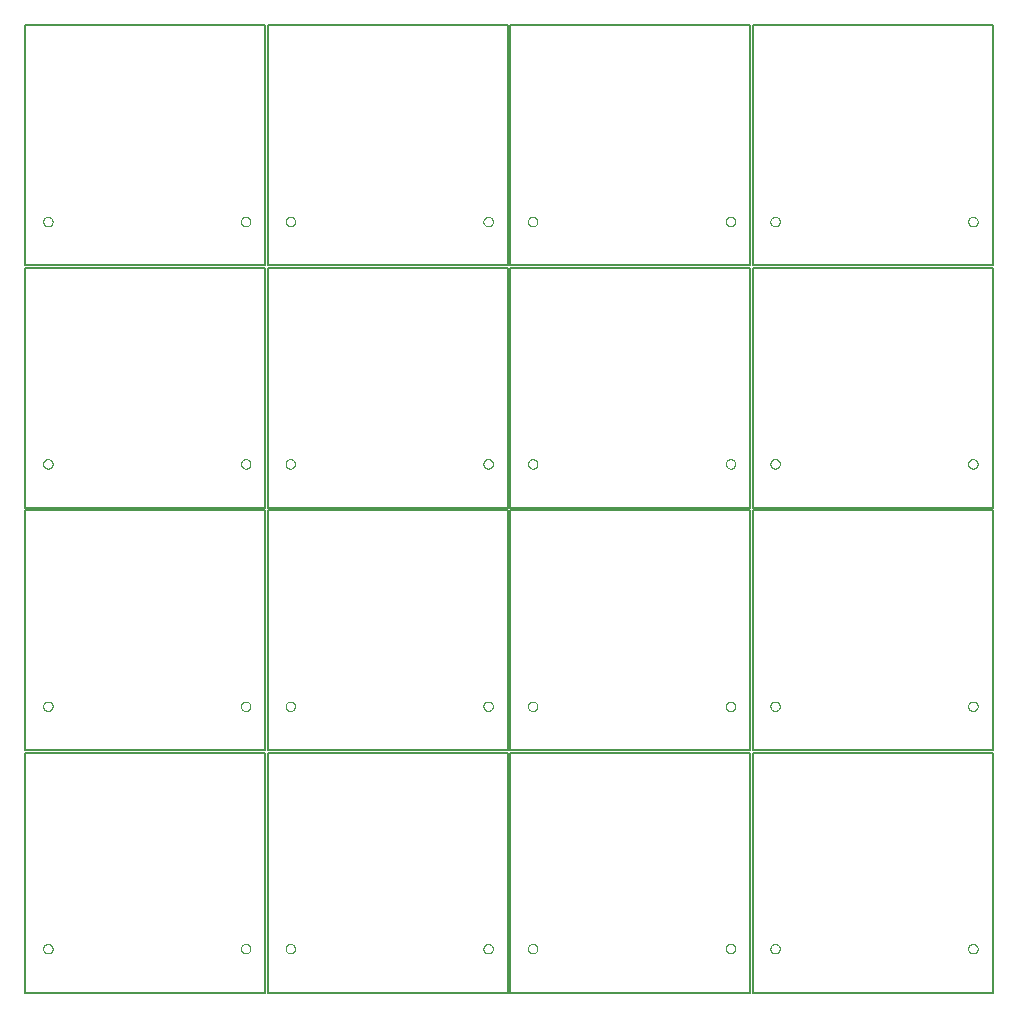
<source format=gko>
G75*
%MOIN*%
%OFA0B0*%
%FSLAX25Y25*%
%IPPOS*%
%LPD*%
%AMOC8*
5,1,8,0,0,1.08239X$1,22.5*
%
%ADD10C,0.00800*%
%ADD11C,0.00000*%
D10*
X0001500Y0080337D02*
X0081500Y0080337D01*
X0081500Y0160337D01*
X0001500Y0160337D01*
X0001500Y0080337D01*
X0001500Y0161137D02*
X0081500Y0161137D01*
X0081500Y0241137D01*
X0001500Y0241137D01*
X0001500Y0161137D01*
X0001500Y0241937D02*
X0081500Y0241937D01*
X0081500Y0321937D01*
X0001500Y0321937D01*
X0001500Y0241937D01*
X0001500Y0322714D02*
X0081500Y0322714D01*
X0081500Y0402714D01*
X0001500Y0402714D01*
X0001500Y0322714D01*
X0082300Y0322714D02*
X0082300Y0402714D01*
X0162300Y0402714D01*
X0162300Y0322714D01*
X0082300Y0322714D01*
X0082300Y0321937D02*
X0162300Y0321937D01*
X0162300Y0241937D01*
X0082300Y0241937D01*
X0082300Y0321937D01*
X0082300Y0241137D02*
X0162300Y0241137D01*
X0162300Y0161137D01*
X0082300Y0161137D01*
X0082300Y0241137D01*
X0082300Y0160337D02*
X0162300Y0160337D01*
X0162300Y0080337D01*
X0082300Y0080337D01*
X0082300Y0160337D01*
X0163100Y0160337D02*
X0163100Y0080337D01*
X0243100Y0080337D01*
X0243100Y0160337D01*
X0163100Y0160337D01*
X0163100Y0161137D02*
X0243100Y0161137D01*
X0243100Y0241137D01*
X0163100Y0241137D01*
X0163100Y0161137D01*
X0163100Y0241937D02*
X0243100Y0241937D01*
X0243100Y0321937D01*
X0163100Y0321937D01*
X0163100Y0241937D01*
X0163100Y0322714D02*
X0243100Y0322714D01*
X0243100Y0402714D01*
X0163100Y0402714D01*
X0163100Y0322714D01*
X0243900Y0322714D02*
X0243900Y0402714D01*
X0323900Y0402714D01*
X0323900Y0322714D01*
X0243900Y0322714D01*
X0243900Y0321937D02*
X0323900Y0321937D01*
X0323900Y0241937D01*
X0243900Y0241937D01*
X0243900Y0321937D01*
X0243900Y0241137D02*
X0323900Y0241137D01*
X0323900Y0161137D01*
X0243900Y0161137D01*
X0243900Y0241137D01*
X0243900Y0160337D02*
X0323900Y0160337D01*
X0323900Y0080337D01*
X0243900Y0080337D01*
X0243900Y0160337D01*
D11*
X0234950Y0175751D02*
X0234952Y0175830D01*
X0234958Y0175909D01*
X0234968Y0175988D01*
X0234982Y0176066D01*
X0234999Y0176143D01*
X0235021Y0176219D01*
X0235046Y0176294D01*
X0235076Y0176367D01*
X0235108Y0176439D01*
X0235145Y0176510D01*
X0235185Y0176578D01*
X0235228Y0176644D01*
X0235274Y0176708D01*
X0235324Y0176770D01*
X0235377Y0176829D01*
X0235432Y0176885D01*
X0235491Y0176939D01*
X0235552Y0176989D01*
X0235615Y0177037D01*
X0235681Y0177081D01*
X0235749Y0177122D01*
X0235819Y0177159D01*
X0235890Y0177193D01*
X0235964Y0177223D01*
X0236038Y0177249D01*
X0236114Y0177271D01*
X0236191Y0177290D01*
X0236269Y0177305D01*
X0236347Y0177316D01*
X0236426Y0177323D01*
X0236505Y0177326D01*
X0236584Y0177325D01*
X0236663Y0177320D01*
X0236742Y0177311D01*
X0236820Y0177298D01*
X0236897Y0177281D01*
X0236974Y0177261D01*
X0237049Y0177236D01*
X0237123Y0177208D01*
X0237196Y0177176D01*
X0237266Y0177141D01*
X0237335Y0177102D01*
X0237402Y0177059D01*
X0237467Y0177013D01*
X0237529Y0176965D01*
X0237589Y0176913D01*
X0237646Y0176858D01*
X0237700Y0176800D01*
X0237751Y0176740D01*
X0237799Y0176677D01*
X0237844Y0176612D01*
X0237886Y0176544D01*
X0237924Y0176475D01*
X0237958Y0176404D01*
X0237989Y0176331D01*
X0238017Y0176256D01*
X0238040Y0176181D01*
X0238060Y0176104D01*
X0238076Y0176027D01*
X0238088Y0175948D01*
X0238096Y0175870D01*
X0238100Y0175791D01*
X0238100Y0175711D01*
X0238096Y0175632D01*
X0238088Y0175554D01*
X0238076Y0175475D01*
X0238060Y0175398D01*
X0238040Y0175321D01*
X0238017Y0175246D01*
X0237989Y0175171D01*
X0237958Y0175098D01*
X0237924Y0175027D01*
X0237886Y0174958D01*
X0237844Y0174890D01*
X0237799Y0174825D01*
X0237751Y0174762D01*
X0237700Y0174702D01*
X0237646Y0174644D01*
X0237589Y0174589D01*
X0237529Y0174537D01*
X0237467Y0174489D01*
X0237402Y0174443D01*
X0237335Y0174400D01*
X0237266Y0174361D01*
X0237196Y0174326D01*
X0237123Y0174294D01*
X0237049Y0174266D01*
X0236974Y0174241D01*
X0236897Y0174221D01*
X0236820Y0174204D01*
X0236742Y0174191D01*
X0236663Y0174182D01*
X0236584Y0174177D01*
X0236505Y0174176D01*
X0236426Y0174179D01*
X0236347Y0174186D01*
X0236269Y0174197D01*
X0236191Y0174212D01*
X0236114Y0174231D01*
X0236038Y0174253D01*
X0235964Y0174279D01*
X0235890Y0174309D01*
X0235819Y0174343D01*
X0235749Y0174380D01*
X0235681Y0174421D01*
X0235615Y0174465D01*
X0235552Y0174513D01*
X0235491Y0174563D01*
X0235432Y0174617D01*
X0235377Y0174673D01*
X0235324Y0174732D01*
X0235274Y0174794D01*
X0235228Y0174858D01*
X0235185Y0174924D01*
X0235145Y0174992D01*
X0235108Y0175063D01*
X0235076Y0175135D01*
X0235046Y0175208D01*
X0235021Y0175283D01*
X0234999Y0175359D01*
X0234982Y0175436D01*
X0234968Y0175514D01*
X0234958Y0175593D01*
X0234952Y0175672D01*
X0234950Y0175751D01*
X0249805Y0175751D02*
X0249807Y0175830D01*
X0249813Y0175909D01*
X0249823Y0175988D01*
X0249837Y0176066D01*
X0249854Y0176143D01*
X0249876Y0176219D01*
X0249901Y0176294D01*
X0249931Y0176367D01*
X0249963Y0176439D01*
X0250000Y0176510D01*
X0250040Y0176578D01*
X0250083Y0176644D01*
X0250129Y0176708D01*
X0250179Y0176770D01*
X0250232Y0176829D01*
X0250287Y0176885D01*
X0250346Y0176939D01*
X0250407Y0176989D01*
X0250470Y0177037D01*
X0250536Y0177081D01*
X0250604Y0177122D01*
X0250674Y0177159D01*
X0250745Y0177193D01*
X0250819Y0177223D01*
X0250893Y0177249D01*
X0250969Y0177271D01*
X0251046Y0177290D01*
X0251124Y0177305D01*
X0251202Y0177316D01*
X0251281Y0177323D01*
X0251360Y0177326D01*
X0251439Y0177325D01*
X0251518Y0177320D01*
X0251597Y0177311D01*
X0251675Y0177298D01*
X0251752Y0177281D01*
X0251829Y0177261D01*
X0251904Y0177236D01*
X0251978Y0177208D01*
X0252051Y0177176D01*
X0252121Y0177141D01*
X0252190Y0177102D01*
X0252257Y0177059D01*
X0252322Y0177013D01*
X0252384Y0176965D01*
X0252444Y0176913D01*
X0252501Y0176858D01*
X0252555Y0176800D01*
X0252606Y0176740D01*
X0252654Y0176677D01*
X0252699Y0176612D01*
X0252741Y0176544D01*
X0252779Y0176475D01*
X0252813Y0176404D01*
X0252844Y0176331D01*
X0252872Y0176256D01*
X0252895Y0176181D01*
X0252915Y0176104D01*
X0252931Y0176027D01*
X0252943Y0175948D01*
X0252951Y0175870D01*
X0252955Y0175791D01*
X0252955Y0175711D01*
X0252951Y0175632D01*
X0252943Y0175554D01*
X0252931Y0175475D01*
X0252915Y0175398D01*
X0252895Y0175321D01*
X0252872Y0175246D01*
X0252844Y0175171D01*
X0252813Y0175098D01*
X0252779Y0175027D01*
X0252741Y0174958D01*
X0252699Y0174890D01*
X0252654Y0174825D01*
X0252606Y0174762D01*
X0252555Y0174702D01*
X0252501Y0174644D01*
X0252444Y0174589D01*
X0252384Y0174537D01*
X0252322Y0174489D01*
X0252257Y0174443D01*
X0252190Y0174400D01*
X0252121Y0174361D01*
X0252051Y0174326D01*
X0251978Y0174294D01*
X0251904Y0174266D01*
X0251829Y0174241D01*
X0251752Y0174221D01*
X0251675Y0174204D01*
X0251597Y0174191D01*
X0251518Y0174182D01*
X0251439Y0174177D01*
X0251360Y0174176D01*
X0251281Y0174179D01*
X0251202Y0174186D01*
X0251124Y0174197D01*
X0251046Y0174212D01*
X0250969Y0174231D01*
X0250893Y0174253D01*
X0250819Y0174279D01*
X0250745Y0174309D01*
X0250674Y0174343D01*
X0250604Y0174380D01*
X0250536Y0174421D01*
X0250470Y0174465D01*
X0250407Y0174513D01*
X0250346Y0174563D01*
X0250287Y0174617D01*
X0250232Y0174673D01*
X0250179Y0174732D01*
X0250129Y0174794D01*
X0250083Y0174858D01*
X0250040Y0174924D01*
X0250000Y0174992D01*
X0249963Y0175063D01*
X0249931Y0175135D01*
X0249901Y0175208D01*
X0249876Y0175283D01*
X0249854Y0175359D01*
X0249837Y0175436D01*
X0249823Y0175514D01*
X0249813Y0175593D01*
X0249807Y0175672D01*
X0249805Y0175751D01*
X0315750Y0175751D02*
X0315752Y0175830D01*
X0315758Y0175909D01*
X0315768Y0175988D01*
X0315782Y0176066D01*
X0315799Y0176143D01*
X0315821Y0176219D01*
X0315846Y0176294D01*
X0315876Y0176367D01*
X0315908Y0176439D01*
X0315945Y0176510D01*
X0315985Y0176578D01*
X0316028Y0176644D01*
X0316074Y0176708D01*
X0316124Y0176770D01*
X0316177Y0176829D01*
X0316232Y0176885D01*
X0316291Y0176939D01*
X0316352Y0176989D01*
X0316415Y0177037D01*
X0316481Y0177081D01*
X0316549Y0177122D01*
X0316619Y0177159D01*
X0316690Y0177193D01*
X0316764Y0177223D01*
X0316838Y0177249D01*
X0316914Y0177271D01*
X0316991Y0177290D01*
X0317069Y0177305D01*
X0317147Y0177316D01*
X0317226Y0177323D01*
X0317305Y0177326D01*
X0317384Y0177325D01*
X0317463Y0177320D01*
X0317542Y0177311D01*
X0317620Y0177298D01*
X0317697Y0177281D01*
X0317774Y0177261D01*
X0317849Y0177236D01*
X0317923Y0177208D01*
X0317996Y0177176D01*
X0318066Y0177141D01*
X0318135Y0177102D01*
X0318202Y0177059D01*
X0318267Y0177013D01*
X0318329Y0176965D01*
X0318389Y0176913D01*
X0318446Y0176858D01*
X0318500Y0176800D01*
X0318551Y0176740D01*
X0318599Y0176677D01*
X0318644Y0176612D01*
X0318686Y0176544D01*
X0318724Y0176475D01*
X0318758Y0176404D01*
X0318789Y0176331D01*
X0318817Y0176256D01*
X0318840Y0176181D01*
X0318860Y0176104D01*
X0318876Y0176027D01*
X0318888Y0175948D01*
X0318896Y0175870D01*
X0318900Y0175791D01*
X0318900Y0175711D01*
X0318896Y0175632D01*
X0318888Y0175554D01*
X0318876Y0175475D01*
X0318860Y0175398D01*
X0318840Y0175321D01*
X0318817Y0175246D01*
X0318789Y0175171D01*
X0318758Y0175098D01*
X0318724Y0175027D01*
X0318686Y0174958D01*
X0318644Y0174890D01*
X0318599Y0174825D01*
X0318551Y0174762D01*
X0318500Y0174702D01*
X0318446Y0174644D01*
X0318389Y0174589D01*
X0318329Y0174537D01*
X0318267Y0174489D01*
X0318202Y0174443D01*
X0318135Y0174400D01*
X0318066Y0174361D01*
X0317996Y0174326D01*
X0317923Y0174294D01*
X0317849Y0174266D01*
X0317774Y0174241D01*
X0317697Y0174221D01*
X0317620Y0174204D01*
X0317542Y0174191D01*
X0317463Y0174182D01*
X0317384Y0174177D01*
X0317305Y0174176D01*
X0317226Y0174179D01*
X0317147Y0174186D01*
X0317069Y0174197D01*
X0316991Y0174212D01*
X0316914Y0174231D01*
X0316838Y0174253D01*
X0316764Y0174279D01*
X0316690Y0174309D01*
X0316619Y0174343D01*
X0316549Y0174380D01*
X0316481Y0174421D01*
X0316415Y0174465D01*
X0316352Y0174513D01*
X0316291Y0174563D01*
X0316232Y0174617D01*
X0316177Y0174673D01*
X0316124Y0174732D01*
X0316074Y0174794D01*
X0316028Y0174858D01*
X0315985Y0174924D01*
X0315945Y0174992D01*
X0315908Y0175063D01*
X0315876Y0175135D01*
X0315846Y0175208D01*
X0315821Y0175283D01*
X0315799Y0175359D01*
X0315782Y0175436D01*
X0315768Y0175514D01*
X0315758Y0175593D01*
X0315752Y0175672D01*
X0315750Y0175751D01*
X0315750Y0256551D02*
X0315752Y0256630D01*
X0315758Y0256709D01*
X0315768Y0256788D01*
X0315782Y0256866D01*
X0315799Y0256943D01*
X0315821Y0257019D01*
X0315846Y0257094D01*
X0315876Y0257167D01*
X0315908Y0257239D01*
X0315945Y0257310D01*
X0315985Y0257378D01*
X0316028Y0257444D01*
X0316074Y0257508D01*
X0316124Y0257570D01*
X0316177Y0257629D01*
X0316232Y0257685D01*
X0316291Y0257739D01*
X0316352Y0257789D01*
X0316415Y0257837D01*
X0316481Y0257881D01*
X0316549Y0257922D01*
X0316619Y0257959D01*
X0316690Y0257993D01*
X0316764Y0258023D01*
X0316838Y0258049D01*
X0316914Y0258071D01*
X0316991Y0258090D01*
X0317069Y0258105D01*
X0317147Y0258116D01*
X0317226Y0258123D01*
X0317305Y0258126D01*
X0317384Y0258125D01*
X0317463Y0258120D01*
X0317542Y0258111D01*
X0317620Y0258098D01*
X0317697Y0258081D01*
X0317774Y0258061D01*
X0317849Y0258036D01*
X0317923Y0258008D01*
X0317996Y0257976D01*
X0318066Y0257941D01*
X0318135Y0257902D01*
X0318202Y0257859D01*
X0318267Y0257813D01*
X0318329Y0257765D01*
X0318389Y0257713D01*
X0318446Y0257658D01*
X0318500Y0257600D01*
X0318551Y0257540D01*
X0318599Y0257477D01*
X0318644Y0257412D01*
X0318686Y0257344D01*
X0318724Y0257275D01*
X0318758Y0257204D01*
X0318789Y0257131D01*
X0318817Y0257056D01*
X0318840Y0256981D01*
X0318860Y0256904D01*
X0318876Y0256827D01*
X0318888Y0256748D01*
X0318896Y0256670D01*
X0318900Y0256591D01*
X0318900Y0256511D01*
X0318896Y0256432D01*
X0318888Y0256354D01*
X0318876Y0256275D01*
X0318860Y0256198D01*
X0318840Y0256121D01*
X0318817Y0256046D01*
X0318789Y0255971D01*
X0318758Y0255898D01*
X0318724Y0255827D01*
X0318686Y0255758D01*
X0318644Y0255690D01*
X0318599Y0255625D01*
X0318551Y0255562D01*
X0318500Y0255502D01*
X0318446Y0255444D01*
X0318389Y0255389D01*
X0318329Y0255337D01*
X0318267Y0255289D01*
X0318202Y0255243D01*
X0318135Y0255200D01*
X0318066Y0255161D01*
X0317996Y0255126D01*
X0317923Y0255094D01*
X0317849Y0255066D01*
X0317774Y0255041D01*
X0317697Y0255021D01*
X0317620Y0255004D01*
X0317542Y0254991D01*
X0317463Y0254982D01*
X0317384Y0254977D01*
X0317305Y0254976D01*
X0317226Y0254979D01*
X0317147Y0254986D01*
X0317069Y0254997D01*
X0316991Y0255012D01*
X0316914Y0255031D01*
X0316838Y0255053D01*
X0316764Y0255079D01*
X0316690Y0255109D01*
X0316619Y0255143D01*
X0316549Y0255180D01*
X0316481Y0255221D01*
X0316415Y0255265D01*
X0316352Y0255313D01*
X0316291Y0255363D01*
X0316232Y0255417D01*
X0316177Y0255473D01*
X0316124Y0255532D01*
X0316074Y0255594D01*
X0316028Y0255658D01*
X0315985Y0255724D01*
X0315945Y0255792D01*
X0315908Y0255863D01*
X0315876Y0255935D01*
X0315846Y0256008D01*
X0315821Y0256083D01*
X0315799Y0256159D01*
X0315782Y0256236D01*
X0315768Y0256314D01*
X0315758Y0256393D01*
X0315752Y0256472D01*
X0315750Y0256551D01*
X0249805Y0256551D02*
X0249807Y0256630D01*
X0249813Y0256709D01*
X0249823Y0256788D01*
X0249837Y0256866D01*
X0249854Y0256943D01*
X0249876Y0257019D01*
X0249901Y0257094D01*
X0249931Y0257167D01*
X0249963Y0257239D01*
X0250000Y0257310D01*
X0250040Y0257378D01*
X0250083Y0257444D01*
X0250129Y0257508D01*
X0250179Y0257570D01*
X0250232Y0257629D01*
X0250287Y0257685D01*
X0250346Y0257739D01*
X0250407Y0257789D01*
X0250470Y0257837D01*
X0250536Y0257881D01*
X0250604Y0257922D01*
X0250674Y0257959D01*
X0250745Y0257993D01*
X0250819Y0258023D01*
X0250893Y0258049D01*
X0250969Y0258071D01*
X0251046Y0258090D01*
X0251124Y0258105D01*
X0251202Y0258116D01*
X0251281Y0258123D01*
X0251360Y0258126D01*
X0251439Y0258125D01*
X0251518Y0258120D01*
X0251597Y0258111D01*
X0251675Y0258098D01*
X0251752Y0258081D01*
X0251829Y0258061D01*
X0251904Y0258036D01*
X0251978Y0258008D01*
X0252051Y0257976D01*
X0252121Y0257941D01*
X0252190Y0257902D01*
X0252257Y0257859D01*
X0252322Y0257813D01*
X0252384Y0257765D01*
X0252444Y0257713D01*
X0252501Y0257658D01*
X0252555Y0257600D01*
X0252606Y0257540D01*
X0252654Y0257477D01*
X0252699Y0257412D01*
X0252741Y0257344D01*
X0252779Y0257275D01*
X0252813Y0257204D01*
X0252844Y0257131D01*
X0252872Y0257056D01*
X0252895Y0256981D01*
X0252915Y0256904D01*
X0252931Y0256827D01*
X0252943Y0256748D01*
X0252951Y0256670D01*
X0252955Y0256591D01*
X0252955Y0256511D01*
X0252951Y0256432D01*
X0252943Y0256354D01*
X0252931Y0256275D01*
X0252915Y0256198D01*
X0252895Y0256121D01*
X0252872Y0256046D01*
X0252844Y0255971D01*
X0252813Y0255898D01*
X0252779Y0255827D01*
X0252741Y0255758D01*
X0252699Y0255690D01*
X0252654Y0255625D01*
X0252606Y0255562D01*
X0252555Y0255502D01*
X0252501Y0255444D01*
X0252444Y0255389D01*
X0252384Y0255337D01*
X0252322Y0255289D01*
X0252257Y0255243D01*
X0252190Y0255200D01*
X0252121Y0255161D01*
X0252051Y0255126D01*
X0251978Y0255094D01*
X0251904Y0255066D01*
X0251829Y0255041D01*
X0251752Y0255021D01*
X0251675Y0255004D01*
X0251597Y0254991D01*
X0251518Y0254982D01*
X0251439Y0254977D01*
X0251360Y0254976D01*
X0251281Y0254979D01*
X0251202Y0254986D01*
X0251124Y0254997D01*
X0251046Y0255012D01*
X0250969Y0255031D01*
X0250893Y0255053D01*
X0250819Y0255079D01*
X0250745Y0255109D01*
X0250674Y0255143D01*
X0250604Y0255180D01*
X0250536Y0255221D01*
X0250470Y0255265D01*
X0250407Y0255313D01*
X0250346Y0255363D01*
X0250287Y0255417D01*
X0250232Y0255473D01*
X0250179Y0255532D01*
X0250129Y0255594D01*
X0250083Y0255658D01*
X0250040Y0255724D01*
X0250000Y0255792D01*
X0249963Y0255863D01*
X0249931Y0255935D01*
X0249901Y0256008D01*
X0249876Y0256083D01*
X0249854Y0256159D01*
X0249837Y0256236D01*
X0249823Y0256314D01*
X0249813Y0256393D01*
X0249807Y0256472D01*
X0249805Y0256551D01*
X0234950Y0256551D02*
X0234952Y0256630D01*
X0234958Y0256709D01*
X0234968Y0256788D01*
X0234982Y0256866D01*
X0234999Y0256943D01*
X0235021Y0257019D01*
X0235046Y0257094D01*
X0235076Y0257167D01*
X0235108Y0257239D01*
X0235145Y0257310D01*
X0235185Y0257378D01*
X0235228Y0257444D01*
X0235274Y0257508D01*
X0235324Y0257570D01*
X0235377Y0257629D01*
X0235432Y0257685D01*
X0235491Y0257739D01*
X0235552Y0257789D01*
X0235615Y0257837D01*
X0235681Y0257881D01*
X0235749Y0257922D01*
X0235819Y0257959D01*
X0235890Y0257993D01*
X0235964Y0258023D01*
X0236038Y0258049D01*
X0236114Y0258071D01*
X0236191Y0258090D01*
X0236269Y0258105D01*
X0236347Y0258116D01*
X0236426Y0258123D01*
X0236505Y0258126D01*
X0236584Y0258125D01*
X0236663Y0258120D01*
X0236742Y0258111D01*
X0236820Y0258098D01*
X0236897Y0258081D01*
X0236974Y0258061D01*
X0237049Y0258036D01*
X0237123Y0258008D01*
X0237196Y0257976D01*
X0237266Y0257941D01*
X0237335Y0257902D01*
X0237402Y0257859D01*
X0237467Y0257813D01*
X0237529Y0257765D01*
X0237589Y0257713D01*
X0237646Y0257658D01*
X0237700Y0257600D01*
X0237751Y0257540D01*
X0237799Y0257477D01*
X0237844Y0257412D01*
X0237886Y0257344D01*
X0237924Y0257275D01*
X0237958Y0257204D01*
X0237989Y0257131D01*
X0238017Y0257056D01*
X0238040Y0256981D01*
X0238060Y0256904D01*
X0238076Y0256827D01*
X0238088Y0256748D01*
X0238096Y0256670D01*
X0238100Y0256591D01*
X0238100Y0256511D01*
X0238096Y0256432D01*
X0238088Y0256354D01*
X0238076Y0256275D01*
X0238060Y0256198D01*
X0238040Y0256121D01*
X0238017Y0256046D01*
X0237989Y0255971D01*
X0237958Y0255898D01*
X0237924Y0255827D01*
X0237886Y0255758D01*
X0237844Y0255690D01*
X0237799Y0255625D01*
X0237751Y0255562D01*
X0237700Y0255502D01*
X0237646Y0255444D01*
X0237589Y0255389D01*
X0237529Y0255337D01*
X0237467Y0255289D01*
X0237402Y0255243D01*
X0237335Y0255200D01*
X0237266Y0255161D01*
X0237196Y0255126D01*
X0237123Y0255094D01*
X0237049Y0255066D01*
X0236974Y0255041D01*
X0236897Y0255021D01*
X0236820Y0255004D01*
X0236742Y0254991D01*
X0236663Y0254982D01*
X0236584Y0254977D01*
X0236505Y0254976D01*
X0236426Y0254979D01*
X0236347Y0254986D01*
X0236269Y0254997D01*
X0236191Y0255012D01*
X0236114Y0255031D01*
X0236038Y0255053D01*
X0235964Y0255079D01*
X0235890Y0255109D01*
X0235819Y0255143D01*
X0235749Y0255180D01*
X0235681Y0255221D01*
X0235615Y0255265D01*
X0235552Y0255313D01*
X0235491Y0255363D01*
X0235432Y0255417D01*
X0235377Y0255473D01*
X0235324Y0255532D01*
X0235274Y0255594D01*
X0235228Y0255658D01*
X0235185Y0255724D01*
X0235145Y0255792D01*
X0235108Y0255863D01*
X0235076Y0255935D01*
X0235046Y0256008D01*
X0235021Y0256083D01*
X0234999Y0256159D01*
X0234982Y0256236D01*
X0234968Y0256314D01*
X0234958Y0256393D01*
X0234952Y0256472D01*
X0234950Y0256551D01*
X0169005Y0256551D02*
X0169007Y0256630D01*
X0169013Y0256709D01*
X0169023Y0256788D01*
X0169037Y0256866D01*
X0169054Y0256943D01*
X0169076Y0257019D01*
X0169101Y0257094D01*
X0169131Y0257167D01*
X0169163Y0257239D01*
X0169200Y0257310D01*
X0169240Y0257378D01*
X0169283Y0257444D01*
X0169329Y0257508D01*
X0169379Y0257570D01*
X0169432Y0257629D01*
X0169487Y0257685D01*
X0169546Y0257739D01*
X0169607Y0257789D01*
X0169670Y0257837D01*
X0169736Y0257881D01*
X0169804Y0257922D01*
X0169874Y0257959D01*
X0169945Y0257993D01*
X0170019Y0258023D01*
X0170093Y0258049D01*
X0170169Y0258071D01*
X0170246Y0258090D01*
X0170324Y0258105D01*
X0170402Y0258116D01*
X0170481Y0258123D01*
X0170560Y0258126D01*
X0170639Y0258125D01*
X0170718Y0258120D01*
X0170797Y0258111D01*
X0170875Y0258098D01*
X0170952Y0258081D01*
X0171029Y0258061D01*
X0171104Y0258036D01*
X0171178Y0258008D01*
X0171251Y0257976D01*
X0171321Y0257941D01*
X0171390Y0257902D01*
X0171457Y0257859D01*
X0171522Y0257813D01*
X0171584Y0257765D01*
X0171644Y0257713D01*
X0171701Y0257658D01*
X0171755Y0257600D01*
X0171806Y0257540D01*
X0171854Y0257477D01*
X0171899Y0257412D01*
X0171941Y0257344D01*
X0171979Y0257275D01*
X0172013Y0257204D01*
X0172044Y0257131D01*
X0172072Y0257056D01*
X0172095Y0256981D01*
X0172115Y0256904D01*
X0172131Y0256827D01*
X0172143Y0256748D01*
X0172151Y0256670D01*
X0172155Y0256591D01*
X0172155Y0256511D01*
X0172151Y0256432D01*
X0172143Y0256354D01*
X0172131Y0256275D01*
X0172115Y0256198D01*
X0172095Y0256121D01*
X0172072Y0256046D01*
X0172044Y0255971D01*
X0172013Y0255898D01*
X0171979Y0255827D01*
X0171941Y0255758D01*
X0171899Y0255690D01*
X0171854Y0255625D01*
X0171806Y0255562D01*
X0171755Y0255502D01*
X0171701Y0255444D01*
X0171644Y0255389D01*
X0171584Y0255337D01*
X0171522Y0255289D01*
X0171457Y0255243D01*
X0171390Y0255200D01*
X0171321Y0255161D01*
X0171251Y0255126D01*
X0171178Y0255094D01*
X0171104Y0255066D01*
X0171029Y0255041D01*
X0170952Y0255021D01*
X0170875Y0255004D01*
X0170797Y0254991D01*
X0170718Y0254982D01*
X0170639Y0254977D01*
X0170560Y0254976D01*
X0170481Y0254979D01*
X0170402Y0254986D01*
X0170324Y0254997D01*
X0170246Y0255012D01*
X0170169Y0255031D01*
X0170093Y0255053D01*
X0170019Y0255079D01*
X0169945Y0255109D01*
X0169874Y0255143D01*
X0169804Y0255180D01*
X0169736Y0255221D01*
X0169670Y0255265D01*
X0169607Y0255313D01*
X0169546Y0255363D01*
X0169487Y0255417D01*
X0169432Y0255473D01*
X0169379Y0255532D01*
X0169329Y0255594D01*
X0169283Y0255658D01*
X0169240Y0255724D01*
X0169200Y0255792D01*
X0169163Y0255863D01*
X0169131Y0255935D01*
X0169101Y0256008D01*
X0169076Y0256083D01*
X0169054Y0256159D01*
X0169037Y0256236D01*
X0169023Y0256314D01*
X0169013Y0256393D01*
X0169007Y0256472D01*
X0169005Y0256551D01*
X0154150Y0256551D02*
X0154152Y0256630D01*
X0154158Y0256709D01*
X0154168Y0256788D01*
X0154182Y0256866D01*
X0154199Y0256943D01*
X0154221Y0257019D01*
X0154246Y0257094D01*
X0154276Y0257167D01*
X0154308Y0257239D01*
X0154345Y0257310D01*
X0154385Y0257378D01*
X0154428Y0257444D01*
X0154474Y0257508D01*
X0154524Y0257570D01*
X0154577Y0257629D01*
X0154632Y0257685D01*
X0154691Y0257739D01*
X0154752Y0257789D01*
X0154815Y0257837D01*
X0154881Y0257881D01*
X0154949Y0257922D01*
X0155019Y0257959D01*
X0155090Y0257993D01*
X0155164Y0258023D01*
X0155238Y0258049D01*
X0155314Y0258071D01*
X0155391Y0258090D01*
X0155469Y0258105D01*
X0155547Y0258116D01*
X0155626Y0258123D01*
X0155705Y0258126D01*
X0155784Y0258125D01*
X0155863Y0258120D01*
X0155942Y0258111D01*
X0156020Y0258098D01*
X0156097Y0258081D01*
X0156174Y0258061D01*
X0156249Y0258036D01*
X0156323Y0258008D01*
X0156396Y0257976D01*
X0156466Y0257941D01*
X0156535Y0257902D01*
X0156602Y0257859D01*
X0156667Y0257813D01*
X0156729Y0257765D01*
X0156789Y0257713D01*
X0156846Y0257658D01*
X0156900Y0257600D01*
X0156951Y0257540D01*
X0156999Y0257477D01*
X0157044Y0257412D01*
X0157086Y0257344D01*
X0157124Y0257275D01*
X0157158Y0257204D01*
X0157189Y0257131D01*
X0157217Y0257056D01*
X0157240Y0256981D01*
X0157260Y0256904D01*
X0157276Y0256827D01*
X0157288Y0256748D01*
X0157296Y0256670D01*
X0157300Y0256591D01*
X0157300Y0256511D01*
X0157296Y0256432D01*
X0157288Y0256354D01*
X0157276Y0256275D01*
X0157260Y0256198D01*
X0157240Y0256121D01*
X0157217Y0256046D01*
X0157189Y0255971D01*
X0157158Y0255898D01*
X0157124Y0255827D01*
X0157086Y0255758D01*
X0157044Y0255690D01*
X0156999Y0255625D01*
X0156951Y0255562D01*
X0156900Y0255502D01*
X0156846Y0255444D01*
X0156789Y0255389D01*
X0156729Y0255337D01*
X0156667Y0255289D01*
X0156602Y0255243D01*
X0156535Y0255200D01*
X0156466Y0255161D01*
X0156396Y0255126D01*
X0156323Y0255094D01*
X0156249Y0255066D01*
X0156174Y0255041D01*
X0156097Y0255021D01*
X0156020Y0255004D01*
X0155942Y0254991D01*
X0155863Y0254982D01*
X0155784Y0254977D01*
X0155705Y0254976D01*
X0155626Y0254979D01*
X0155547Y0254986D01*
X0155469Y0254997D01*
X0155391Y0255012D01*
X0155314Y0255031D01*
X0155238Y0255053D01*
X0155164Y0255079D01*
X0155090Y0255109D01*
X0155019Y0255143D01*
X0154949Y0255180D01*
X0154881Y0255221D01*
X0154815Y0255265D01*
X0154752Y0255313D01*
X0154691Y0255363D01*
X0154632Y0255417D01*
X0154577Y0255473D01*
X0154524Y0255532D01*
X0154474Y0255594D01*
X0154428Y0255658D01*
X0154385Y0255724D01*
X0154345Y0255792D01*
X0154308Y0255863D01*
X0154276Y0255935D01*
X0154246Y0256008D01*
X0154221Y0256083D01*
X0154199Y0256159D01*
X0154182Y0256236D01*
X0154168Y0256314D01*
X0154158Y0256393D01*
X0154152Y0256472D01*
X0154150Y0256551D01*
X0088205Y0256551D02*
X0088207Y0256630D01*
X0088213Y0256709D01*
X0088223Y0256788D01*
X0088237Y0256866D01*
X0088254Y0256943D01*
X0088276Y0257019D01*
X0088301Y0257094D01*
X0088331Y0257167D01*
X0088363Y0257239D01*
X0088400Y0257310D01*
X0088440Y0257378D01*
X0088483Y0257444D01*
X0088529Y0257508D01*
X0088579Y0257570D01*
X0088632Y0257629D01*
X0088687Y0257685D01*
X0088746Y0257739D01*
X0088807Y0257789D01*
X0088870Y0257837D01*
X0088936Y0257881D01*
X0089004Y0257922D01*
X0089074Y0257959D01*
X0089145Y0257993D01*
X0089219Y0258023D01*
X0089293Y0258049D01*
X0089369Y0258071D01*
X0089446Y0258090D01*
X0089524Y0258105D01*
X0089602Y0258116D01*
X0089681Y0258123D01*
X0089760Y0258126D01*
X0089839Y0258125D01*
X0089918Y0258120D01*
X0089997Y0258111D01*
X0090075Y0258098D01*
X0090152Y0258081D01*
X0090229Y0258061D01*
X0090304Y0258036D01*
X0090378Y0258008D01*
X0090451Y0257976D01*
X0090521Y0257941D01*
X0090590Y0257902D01*
X0090657Y0257859D01*
X0090722Y0257813D01*
X0090784Y0257765D01*
X0090844Y0257713D01*
X0090901Y0257658D01*
X0090955Y0257600D01*
X0091006Y0257540D01*
X0091054Y0257477D01*
X0091099Y0257412D01*
X0091141Y0257344D01*
X0091179Y0257275D01*
X0091213Y0257204D01*
X0091244Y0257131D01*
X0091272Y0257056D01*
X0091295Y0256981D01*
X0091315Y0256904D01*
X0091331Y0256827D01*
X0091343Y0256748D01*
X0091351Y0256670D01*
X0091355Y0256591D01*
X0091355Y0256511D01*
X0091351Y0256432D01*
X0091343Y0256354D01*
X0091331Y0256275D01*
X0091315Y0256198D01*
X0091295Y0256121D01*
X0091272Y0256046D01*
X0091244Y0255971D01*
X0091213Y0255898D01*
X0091179Y0255827D01*
X0091141Y0255758D01*
X0091099Y0255690D01*
X0091054Y0255625D01*
X0091006Y0255562D01*
X0090955Y0255502D01*
X0090901Y0255444D01*
X0090844Y0255389D01*
X0090784Y0255337D01*
X0090722Y0255289D01*
X0090657Y0255243D01*
X0090590Y0255200D01*
X0090521Y0255161D01*
X0090451Y0255126D01*
X0090378Y0255094D01*
X0090304Y0255066D01*
X0090229Y0255041D01*
X0090152Y0255021D01*
X0090075Y0255004D01*
X0089997Y0254991D01*
X0089918Y0254982D01*
X0089839Y0254977D01*
X0089760Y0254976D01*
X0089681Y0254979D01*
X0089602Y0254986D01*
X0089524Y0254997D01*
X0089446Y0255012D01*
X0089369Y0255031D01*
X0089293Y0255053D01*
X0089219Y0255079D01*
X0089145Y0255109D01*
X0089074Y0255143D01*
X0089004Y0255180D01*
X0088936Y0255221D01*
X0088870Y0255265D01*
X0088807Y0255313D01*
X0088746Y0255363D01*
X0088687Y0255417D01*
X0088632Y0255473D01*
X0088579Y0255532D01*
X0088529Y0255594D01*
X0088483Y0255658D01*
X0088440Y0255724D01*
X0088400Y0255792D01*
X0088363Y0255863D01*
X0088331Y0255935D01*
X0088301Y0256008D01*
X0088276Y0256083D01*
X0088254Y0256159D01*
X0088237Y0256236D01*
X0088223Y0256314D01*
X0088213Y0256393D01*
X0088207Y0256472D01*
X0088205Y0256551D01*
X0073350Y0256551D02*
X0073352Y0256630D01*
X0073358Y0256709D01*
X0073368Y0256788D01*
X0073382Y0256866D01*
X0073399Y0256943D01*
X0073421Y0257019D01*
X0073446Y0257094D01*
X0073476Y0257167D01*
X0073508Y0257239D01*
X0073545Y0257310D01*
X0073585Y0257378D01*
X0073628Y0257444D01*
X0073674Y0257508D01*
X0073724Y0257570D01*
X0073777Y0257629D01*
X0073832Y0257685D01*
X0073891Y0257739D01*
X0073952Y0257789D01*
X0074015Y0257837D01*
X0074081Y0257881D01*
X0074149Y0257922D01*
X0074219Y0257959D01*
X0074290Y0257993D01*
X0074364Y0258023D01*
X0074438Y0258049D01*
X0074514Y0258071D01*
X0074591Y0258090D01*
X0074669Y0258105D01*
X0074747Y0258116D01*
X0074826Y0258123D01*
X0074905Y0258126D01*
X0074984Y0258125D01*
X0075063Y0258120D01*
X0075142Y0258111D01*
X0075220Y0258098D01*
X0075297Y0258081D01*
X0075374Y0258061D01*
X0075449Y0258036D01*
X0075523Y0258008D01*
X0075596Y0257976D01*
X0075666Y0257941D01*
X0075735Y0257902D01*
X0075802Y0257859D01*
X0075867Y0257813D01*
X0075929Y0257765D01*
X0075989Y0257713D01*
X0076046Y0257658D01*
X0076100Y0257600D01*
X0076151Y0257540D01*
X0076199Y0257477D01*
X0076244Y0257412D01*
X0076286Y0257344D01*
X0076324Y0257275D01*
X0076358Y0257204D01*
X0076389Y0257131D01*
X0076417Y0257056D01*
X0076440Y0256981D01*
X0076460Y0256904D01*
X0076476Y0256827D01*
X0076488Y0256748D01*
X0076496Y0256670D01*
X0076500Y0256591D01*
X0076500Y0256511D01*
X0076496Y0256432D01*
X0076488Y0256354D01*
X0076476Y0256275D01*
X0076460Y0256198D01*
X0076440Y0256121D01*
X0076417Y0256046D01*
X0076389Y0255971D01*
X0076358Y0255898D01*
X0076324Y0255827D01*
X0076286Y0255758D01*
X0076244Y0255690D01*
X0076199Y0255625D01*
X0076151Y0255562D01*
X0076100Y0255502D01*
X0076046Y0255444D01*
X0075989Y0255389D01*
X0075929Y0255337D01*
X0075867Y0255289D01*
X0075802Y0255243D01*
X0075735Y0255200D01*
X0075666Y0255161D01*
X0075596Y0255126D01*
X0075523Y0255094D01*
X0075449Y0255066D01*
X0075374Y0255041D01*
X0075297Y0255021D01*
X0075220Y0255004D01*
X0075142Y0254991D01*
X0075063Y0254982D01*
X0074984Y0254977D01*
X0074905Y0254976D01*
X0074826Y0254979D01*
X0074747Y0254986D01*
X0074669Y0254997D01*
X0074591Y0255012D01*
X0074514Y0255031D01*
X0074438Y0255053D01*
X0074364Y0255079D01*
X0074290Y0255109D01*
X0074219Y0255143D01*
X0074149Y0255180D01*
X0074081Y0255221D01*
X0074015Y0255265D01*
X0073952Y0255313D01*
X0073891Y0255363D01*
X0073832Y0255417D01*
X0073777Y0255473D01*
X0073724Y0255532D01*
X0073674Y0255594D01*
X0073628Y0255658D01*
X0073585Y0255724D01*
X0073545Y0255792D01*
X0073508Y0255863D01*
X0073476Y0255935D01*
X0073446Y0256008D01*
X0073421Y0256083D01*
X0073399Y0256159D01*
X0073382Y0256236D01*
X0073368Y0256314D01*
X0073358Y0256393D01*
X0073352Y0256472D01*
X0073350Y0256551D01*
X0007405Y0256551D02*
X0007407Y0256630D01*
X0007413Y0256709D01*
X0007423Y0256788D01*
X0007437Y0256866D01*
X0007454Y0256943D01*
X0007476Y0257019D01*
X0007501Y0257094D01*
X0007531Y0257167D01*
X0007563Y0257239D01*
X0007600Y0257310D01*
X0007640Y0257378D01*
X0007683Y0257444D01*
X0007729Y0257508D01*
X0007779Y0257570D01*
X0007832Y0257629D01*
X0007887Y0257685D01*
X0007946Y0257739D01*
X0008007Y0257789D01*
X0008070Y0257837D01*
X0008136Y0257881D01*
X0008204Y0257922D01*
X0008274Y0257959D01*
X0008345Y0257993D01*
X0008419Y0258023D01*
X0008493Y0258049D01*
X0008569Y0258071D01*
X0008646Y0258090D01*
X0008724Y0258105D01*
X0008802Y0258116D01*
X0008881Y0258123D01*
X0008960Y0258126D01*
X0009039Y0258125D01*
X0009118Y0258120D01*
X0009197Y0258111D01*
X0009275Y0258098D01*
X0009352Y0258081D01*
X0009429Y0258061D01*
X0009504Y0258036D01*
X0009578Y0258008D01*
X0009651Y0257976D01*
X0009721Y0257941D01*
X0009790Y0257902D01*
X0009857Y0257859D01*
X0009922Y0257813D01*
X0009984Y0257765D01*
X0010044Y0257713D01*
X0010101Y0257658D01*
X0010155Y0257600D01*
X0010206Y0257540D01*
X0010254Y0257477D01*
X0010299Y0257412D01*
X0010341Y0257344D01*
X0010379Y0257275D01*
X0010413Y0257204D01*
X0010444Y0257131D01*
X0010472Y0257056D01*
X0010495Y0256981D01*
X0010515Y0256904D01*
X0010531Y0256827D01*
X0010543Y0256748D01*
X0010551Y0256670D01*
X0010555Y0256591D01*
X0010555Y0256511D01*
X0010551Y0256432D01*
X0010543Y0256354D01*
X0010531Y0256275D01*
X0010515Y0256198D01*
X0010495Y0256121D01*
X0010472Y0256046D01*
X0010444Y0255971D01*
X0010413Y0255898D01*
X0010379Y0255827D01*
X0010341Y0255758D01*
X0010299Y0255690D01*
X0010254Y0255625D01*
X0010206Y0255562D01*
X0010155Y0255502D01*
X0010101Y0255444D01*
X0010044Y0255389D01*
X0009984Y0255337D01*
X0009922Y0255289D01*
X0009857Y0255243D01*
X0009790Y0255200D01*
X0009721Y0255161D01*
X0009651Y0255126D01*
X0009578Y0255094D01*
X0009504Y0255066D01*
X0009429Y0255041D01*
X0009352Y0255021D01*
X0009275Y0255004D01*
X0009197Y0254991D01*
X0009118Y0254982D01*
X0009039Y0254977D01*
X0008960Y0254976D01*
X0008881Y0254979D01*
X0008802Y0254986D01*
X0008724Y0254997D01*
X0008646Y0255012D01*
X0008569Y0255031D01*
X0008493Y0255053D01*
X0008419Y0255079D01*
X0008345Y0255109D01*
X0008274Y0255143D01*
X0008204Y0255180D01*
X0008136Y0255221D01*
X0008070Y0255265D01*
X0008007Y0255313D01*
X0007946Y0255363D01*
X0007887Y0255417D01*
X0007832Y0255473D01*
X0007779Y0255532D01*
X0007729Y0255594D01*
X0007683Y0255658D01*
X0007640Y0255724D01*
X0007600Y0255792D01*
X0007563Y0255863D01*
X0007531Y0255935D01*
X0007501Y0256008D01*
X0007476Y0256083D01*
X0007454Y0256159D01*
X0007437Y0256236D01*
X0007423Y0256314D01*
X0007413Y0256393D01*
X0007407Y0256472D01*
X0007405Y0256551D01*
X0007405Y0337328D02*
X0007407Y0337407D01*
X0007413Y0337486D01*
X0007423Y0337565D01*
X0007437Y0337643D01*
X0007454Y0337720D01*
X0007476Y0337796D01*
X0007501Y0337871D01*
X0007531Y0337944D01*
X0007563Y0338016D01*
X0007600Y0338087D01*
X0007640Y0338155D01*
X0007683Y0338221D01*
X0007729Y0338285D01*
X0007779Y0338347D01*
X0007832Y0338406D01*
X0007887Y0338462D01*
X0007946Y0338516D01*
X0008007Y0338566D01*
X0008070Y0338614D01*
X0008136Y0338658D01*
X0008204Y0338699D01*
X0008274Y0338736D01*
X0008345Y0338770D01*
X0008419Y0338800D01*
X0008493Y0338826D01*
X0008569Y0338848D01*
X0008646Y0338867D01*
X0008724Y0338882D01*
X0008802Y0338893D01*
X0008881Y0338900D01*
X0008960Y0338903D01*
X0009039Y0338902D01*
X0009118Y0338897D01*
X0009197Y0338888D01*
X0009275Y0338875D01*
X0009352Y0338858D01*
X0009429Y0338838D01*
X0009504Y0338813D01*
X0009578Y0338785D01*
X0009651Y0338753D01*
X0009721Y0338718D01*
X0009790Y0338679D01*
X0009857Y0338636D01*
X0009922Y0338590D01*
X0009984Y0338542D01*
X0010044Y0338490D01*
X0010101Y0338435D01*
X0010155Y0338377D01*
X0010206Y0338317D01*
X0010254Y0338254D01*
X0010299Y0338189D01*
X0010341Y0338121D01*
X0010379Y0338052D01*
X0010413Y0337981D01*
X0010444Y0337908D01*
X0010472Y0337833D01*
X0010495Y0337758D01*
X0010515Y0337681D01*
X0010531Y0337604D01*
X0010543Y0337525D01*
X0010551Y0337447D01*
X0010555Y0337368D01*
X0010555Y0337288D01*
X0010551Y0337209D01*
X0010543Y0337131D01*
X0010531Y0337052D01*
X0010515Y0336975D01*
X0010495Y0336898D01*
X0010472Y0336823D01*
X0010444Y0336748D01*
X0010413Y0336675D01*
X0010379Y0336604D01*
X0010341Y0336535D01*
X0010299Y0336467D01*
X0010254Y0336402D01*
X0010206Y0336339D01*
X0010155Y0336279D01*
X0010101Y0336221D01*
X0010044Y0336166D01*
X0009984Y0336114D01*
X0009922Y0336066D01*
X0009857Y0336020D01*
X0009790Y0335977D01*
X0009721Y0335938D01*
X0009651Y0335903D01*
X0009578Y0335871D01*
X0009504Y0335843D01*
X0009429Y0335818D01*
X0009352Y0335798D01*
X0009275Y0335781D01*
X0009197Y0335768D01*
X0009118Y0335759D01*
X0009039Y0335754D01*
X0008960Y0335753D01*
X0008881Y0335756D01*
X0008802Y0335763D01*
X0008724Y0335774D01*
X0008646Y0335789D01*
X0008569Y0335808D01*
X0008493Y0335830D01*
X0008419Y0335856D01*
X0008345Y0335886D01*
X0008274Y0335920D01*
X0008204Y0335957D01*
X0008136Y0335998D01*
X0008070Y0336042D01*
X0008007Y0336090D01*
X0007946Y0336140D01*
X0007887Y0336194D01*
X0007832Y0336250D01*
X0007779Y0336309D01*
X0007729Y0336371D01*
X0007683Y0336435D01*
X0007640Y0336501D01*
X0007600Y0336569D01*
X0007563Y0336640D01*
X0007531Y0336712D01*
X0007501Y0336785D01*
X0007476Y0336860D01*
X0007454Y0336936D01*
X0007437Y0337013D01*
X0007423Y0337091D01*
X0007413Y0337170D01*
X0007407Y0337249D01*
X0007405Y0337328D01*
X0073350Y0337328D02*
X0073352Y0337407D01*
X0073358Y0337486D01*
X0073368Y0337565D01*
X0073382Y0337643D01*
X0073399Y0337720D01*
X0073421Y0337796D01*
X0073446Y0337871D01*
X0073476Y0337944D01*
X0073508Y0338016D01*
X0073545Y0338087D01*
X0073585Y0338155D01*
X0073628Y0338221D01*
X0073674Y0338285D01*
X0073724Y0338347D01*
X0073777Y0338406D01*
X0073832Y0338462D01*
X0073891Y0338516D01*
X0073952Y0338566D01*
X0074015Y0338614D01*
X0074081Y0338658D01*
X0074149Y0338699D01*
X0074219Y0338736D01*
X0074290Y0338770D01*
X0074364Y0338800D01*
X0074438Y0338826D01*
X0074514Y0338848D01*
X0074591Y0338867D01*
X0074669Y0338882D01*
X0074747Y0338893D01*
X0074826Y0338900D01*
X0074905Y0338903D01*
X0074984Y0338902D01*
X0075063Y0338897D01*
X0075142Y0338888D01*
X0075220Y0338875D01*
X0075297Y0338858D01*
X0075374Y0338838D01*
X0075449Y0338813D01*
X0075523Y0338785D01*
X0075596Y0338753D01*
X0075666Y0338718D01*
X0075735Y0338679D01*
X0075802Y0338636D01*
X0075867Y0338590D01*
X0075929Y0338542D01*
X0075989Y0338490D01*
X0076046Y0338435D01*
X0076100Y0338377D01*
X0076151Y0338317D01*
X0076199Y0338254D01*
X0076244Y0338189D01*
X0076286Y0338121D01*
X0076324Y0338052D01*
X0076358Y0337981D01*
X0076389Y0337908D01*
X0076417Y0337833D01*
X0076440Y0337758D01*
X0076460Y0337681D01*
X0076476Y0337604D01*
X0076488Y0337525D01*
X0076496Y0337447D01*
X0076500Y0337368D01*
X0076500Y0337288D01*
X0076496Y0337209D01*
X0076488Y0337131D01*
X0076476Y0337052D01*
X0076460Y0336975D01*
X0076440Y0336898D01*
X0076417Y0336823D01*
X0076389Y0336748D01*
X0076358Y0336675D01*
X0076324Y0336604D01*
X0076286Y0336535D01*
X0076244Y0336467D01*
X0076199Y0336402D01*
X0076151Y0336339D01*
X0076100Y0336279D01*
X0076046Y0336221D01*
X0075989Y0336166D01*
X0075929Y0336114D01*
X0075867Y0336066D01*
X0075802Y0336020D01*
X0075735Y0335977D01*
X0075666Y0335938D01*
X0075596Y0335903D01*
X0075523Y0335871D01*
X0075449Y0335843D01*
X0075374Y0335818D01*
X0075297Y0335798D01*
X0075220Y0335781D01*
X0075142Y0335768D01*
X0075063Y0335759D01*
X0074984Y0335754D01*
X0074905Y0335753D01*
X0074826Y0335756D01*
X0074747Y0335763D01*
X0074669Y0335774D01*
X0074591Y0335789D01*
X0074514Y0335808D01*
X0074438Y0335830D01*
X0074364Y0335856D01*
X0074290Y0335886D01*
X0074219Y0335920D01*
X0074149Y0335957D01*
X0074081Y0335998D01*
X0074015Y0336042D01*
X0073952Y0336090D01*
X0073891Y0336140D01*
X0073832Y0336194D01*
X0073777Y0336250D01*
X0073724Y0336309D01*
X0073674Y0336371D01*
X0073628Y0336435D01*
X0073585Y0336501D01*
X0073545Y0336569D01*
X0073508Y0336640D01*
X0073476Y0336712D01*
X0073446Y0336785D01*
X0073421Y0336860D01*
X0073399Y0336936D01*
X0073382Y0337013D01*
X0073368Y0337091D01*
X0073358Y0337170D01*
X0073352Y0337249D01*
X0073350Y0337328D01*
X0088205Y0337328D02*
X0088207Y0337407D01*
X0088213Y0337486D01*
X0088223Y0337565D01*
X0088237Y0337643D01*
X0088254Y0337720D01*
X0088276Y0337796D01*
X0088301Y0337871D01*
X0088331Y0337944D01*
X0088363Y0338016D01*
X0088400Y0338087D01*
X0088440Y0338155D01*
X0088483Y0338221D01*
X0088529Y0338285D01*
X0088579Y0338347D01*
X0088632Y0338406D01*
X0088687Y0338462D01*
X0088746Y0338516D01*
X0088807Y0338566D01*
X0088870Y0338614D01*
X0088936Y0338658D01*
X0089004Y0338699D01*
X0089074Y0338736D01*
X0089145Y0338770D01*
X0089219Y0338800D01*
X0089293Y0338826D01*
X0089369Y0338848D01*
X0089446Y0338867D01*
X0089524Y0338882D01*
X0089602Y0338893D01*
X0089681Y0338900D01*
X0089760Y0338903D01*
X0089839Y0338902D01*
X0089918Y0338897D01*
X0089997Y0338888D01*
X0090075Y0338875D01*
X0090152Y0338858D01*
X0090229Y0338838D01*
X0090304Y0338813D01*
X0090378Y0338785D01*
X0090451Y0338753D01*
X0090521Y0338718D01*
X0090590Y0338679D01*
X0090657Y0338636D01*
X0090722Y0338590D01*
X0090784Y0338542D01*
X0090844Y0338490D01*
X0090901Y0338435D01*
X0090955Y0338377D01*
X0091006Y0338317D01*
X0091054Y0338254D01*
X0091099Y0338189D01*
X0091141Y0338121D01*
X0091179Y0338052D01*
X0091213Y0337981D01*
X0091244Y0337908D01*
X0091272Y0337833D01*
X0091295Y0337758D01*
X0091315Y0337681D01*
X0091331Y0337604D01*
X0091343Y0337525D01*
X0091351Y0337447D01*
X0091355Y0337368D01*
X0091355Y0337288D01*
X0091351Y0337209D01*
X0091343Y0337131D01*
X0091331Y0337052D01*
X0091315Y0336975D01*
X0091295Y0336898D01*
X0091272Y0336823D01*
X0091244Y0336748D01*
X0091213Y0336675D01*
X0091179Y0336604D01*
X0091141Y0336535D01*
X0091099Y0336467D01*
X0091054Y0336402D01*
X0091006Y0336339D01*
X0090955Y0336279D01*
X0090901Y0336221D01*
X0090844Y0336166D01*
X0090784Y0336114D01*
X0090722Y0336066D01*
X0090657Y0336020D01*
X0090590Y0335977D01*
X0090521Y0335938D01*
X0090451Y0335903D01*
X0090378Y0335871D01*
X0090304Y0335843D01*
X0090229Y0335818D01*
X0090152Y0335798D01*
X0090075Y0335781D01*
X0089997Y0335768D01*
X0089918Y0335759D01*
X0089839Y0335754D01*
X0089760Y0335753D01*
X0089681Y0335756D01*
X0089602Y0335763D01*
X0089524Y0335774D01*
X0089446Y0335789D01*
X0089369Y0335808D01*
X0089293Y0335830D01*
X0089219Y0335856D01*
X0089145Y0335886D01*
X0089074Y0335920D01*
X0089004Y0335957D01*
X0088936Y0335998D01*
X0088870Y0336042D01*
X0088807Y0336090D01*
X0088746Y0336140D01*
X0088687Y0336194D01*
X0088632Y0336250D01*
X0088579Y0336309D01*
X0088529Y0336371D01*
X0088483Y0336435D01*
X0088440Y0336501D01*
X0088400Y0336569D01*
X0088363Y0336640D01*
X0088331Y0336712D01*
X0088301Y0336785D01*
X0088276Y0336860D01*
X0088254Y0336936D01*
X0088237Y0337013D01*
X0088223Y0337091D01*
X0088213Y0337170D01*
X0088207Y0337249D01*
X0088205Y0337328D01*
X0154150Y0337328D02*
X0154152Y0337407D01*
X0154158Y0337486D01*
X0154168Y0337565D01*
X0154182Y0337643D01*
X0154199Y0337720D01*
X0154221Y0337796D01*
X0154246Y0337871D01*
X0154276Y0337944D01*
X0154308Y0338016D01*
X0154345Y0338087D01*
X0154385Y0338155D01*
X0154428Y0338221D01*
X0154474Y0338285D01*
X0154524Y0338347D01*
X0154577Y0338406D01*
X0154632Y0338462D01*
X0154691Y0338516D01*
X0154752Y0338566D01*
X0154815Y0338614D01*
X0154881Y0338658D01*
X0154949Y0338699D01*
X0155019Y0338736D01*
X0155090Y0338770D01*
X0155164Y0338800D01*
X0155238Y0338826D01*
X0155314Y0338848D01*
X0155391Y0338867D01*
X0155469Y0338882D01*
X0155547Y0338893D01*
X0155626Y0338900D01*
X0155705Y0338903D01*
X0155784Y0338902D01*
X0155863Y0338897D01*
X0155942Y0338888D01*
X0156020Y0338875D01*
X0156097Y0338858D01*
X0156174Y0338838D01*
X0156249Y0338813D01*
X0156323Y0338785D01*
X0156396Y0338753D01*
X0156466Y0338718D01*
X0156535Y0338679D01*
X0156602Y0338636D01*
X0156667Y0338590D01*
X0156729Y0338542D01*
X0156789Y0338490D01*
X0156846Y0338435D01*
X0156900Y0338377D01*
X0156951Y0338317D01*
X0156999Y0338254D01*
X0157044Y0338189D01*
X0157086Y0338121D01*
X0157124Y0338052D01*
X0157158Y0337981D01*
X0157189Y0337908D01*
X0157217Y0337833D01*
X0157240Y0337758D01*
X0157260Y0337681D01*
X0157276Y0337604D01*
X0157288Y0337525D01*
X0157296Y0337447D01*
X0157300Y0337368D01*
X0157300Y0337288D01*
X0157296Y0337209D01*
X0157288Y0337131D01*
X0157276Y0337052D01*
X0157260Y0336975D01*
X0157240Y0336898D01*
X0157217Y0336823D01*
X0157189Y0336748D01*
X0157158Y0336675D01*
X0157124Y0336604D01*
X0157086Y0336535D01*
X0157044Y0336467D01*
X0156999Y0336402D01*
X0156951Y0336339D01*
X0156900Y0336279D01*
X0156846Y0336221D01*
X0156789Y0336166D01*
X0156729Y0336114D01*
X0156667Y0336066D01*
X0156602Y0336020D01*
X0156535Y0335977D01*
X0156466Y0335938D01*
X0156396Y0335903D01*
X0156323Y0335871D01*
X0156249Y0335843D01*
X0156174Y0335818D01*
X0156097Y0335798D01*
X0156020Y0335781D01*
X0155942Y0335768D01*
X0155863Y0335759D01*
X0155784Y0335754D01*
X0155705Y0335753D01*
X0155626Y0335756D01*
X0155547Y0335763D01*
X0155469Y0335774D01*
X0155391Y0335789D01*
X0155314Y0335808D01*
X0155238Y0335830D01*
X0155164Y0335856D01*
X0155090Y0335886D01*
X0155019Y0335920D01*
X0154949Y0335957D01*
X0154881Y0335998D01*
X0154815Y0336042D01*
X0154752Y0336090D01*
X0154691Y0336140D01*
X0154632Y0336194D01*
X0154577Y0336250D01*
X0154524Y0336309D01*
X0154474Y0336371D01*
X0154428Y0336435D01*
X0154385Y0336501D01*
X0154345Y0336569D01*
X0154308Y0336640D01*
X0154276Y0336712D01*
X0154246Y0336785D01*
X0154221Y0336860D01*
X0154199Y0336936D01*
X0154182Y0337013D01*
X0154168Y0337091D01*
X0154158Y0337170D01*
X0154152Y0337249D01*
X0154150Y0337328D01*
X0169005Y0337328D02*
X0169007Y0337407D01*
X0169013Y0337486D01*
X0169023Y0337565D01*
X0169037Y0337643D01*
X0169054Y0337720D01*
X0169076Y0337796D01*
X0169101Y0337871D01*
X0169131Y0337944D01*
X0169163Y0338016D01*
X0169200Y0338087D01*
X0169240Y0338155D01*
X0169283Y0338221D01*
X0169329Y0338285D01*
X0169379Y0338347D01*
X0169432Y0338406D01*
X0169487Y0338462D01*
X0169546Y0338516D01*
X0169607Y0338566D01*
X0169670Y0338614D01*
X0169736Y0338658D01*
X0169804Y0338699D01*
X0169874Y0338736D01*
X0169945Y0338770D01*
X0170019Y0338800D01*
X0170093Y0338826D01*
X0170169Y0338848D01*
X0170246Y0338867D01*
X0170324Y0338882D01*
X0170402Y0338893D01*
X0170481Y0338900D01*
X0170560Y0338903D01*
X0170639Y0338902D01*
X0170718Y0338897D01*
X0170797Y0338888D01*
X0170875Y0338875D01*
X0170952Y0338858D01*
X0171029Y0338838D01*
X0171104Y0338813D01*
X0171178Y0338785D01*
X0171251Y0338753D01*
X0171321Y0338718D01*
X0171390Y0338679D01*
X0171457Y0338636D01*
X0171522Y0338590D01*
X0171584Y0338542D01*
X0171644Y0338490D01*
X0171701Y0338435D01*
X0171755Y0338377D01*
X0171806Y0338317D01*
X0171854Y0338254D01*
X0171899Y0338189D01*
X0171941Y0338121D01*
X0171979Y0338052D01*
X0172013Y0337981D01*
X0172044Y0337908D01*
X0172072Y0337833D01*
X0172095Y0337758D01*
X0172115Y0337681D01*
X0172131Y0337604D01*
X0172143Y0337525D01*
X0172151Y0337447D01*
X0172155Y0337368D01*
X0172155Y0337288D01*
X0172151Y0337209D01*
X0172143Y0337131D01*
X0172131Y0337052D01*
X0172115Y0336975D01*
X0172095Y0336898D01*
X0172072Y0336823D01*
X0172044Y0336748D01*
X0172013Y0336675D01*
X0171979Y0336604D01*
X0171941Y0336535D01*
X0171899Y0336467D01*
X0171854Y0336402D01*
X0171806Y0336339D01*
X0171755Y0336279D01*
X0171701Y0336221D01*
X0171644Y0336166D01*
X0171584Y0336114D01*
X0171522Y0336066D01*
X0171457Y0336020D01*
X0171390Y0335977D01*
X0171321Y0335938D01*
X0171251Y0335903D01*
X0171178Y0335871D01*
X0171104Y0335843D01*
X0171029Y0335818D01*
X0170952Y0335798D01*
X0170875Y0335781D01*
X0170797Y0335768D01*
X0170718Y0335759D01*
X0170639Y0335754D01*
X0170560Y0335753D01*
X0170481Y0335756D01*
X0170402Y0335763D01*
X0170324Y0335774D01*
X0170246Y0335789D01*
X0170169Y0335808D01*
X0170093Y0335830D01*
X0170019Y0335856D01*
X0169945Y0335886D01*
X0169874Y0335920D01*
X0169804Y0335957D01*
X0169736Y0335998D01*
X0169670Y0336042D01*
X0169607Y0336090D01*
X0169546Y0336140D01*
X0169487Y0336194D01*
X0169432Y0336250D01*
X0169379Y0336309D01*
X0169329Y0336371D01*
X0169283Y0336435D01*
X0169240Y0336501D01*
X0169200Y0336569D01*
X0169163Y0336640D01*
X0169131Y0336712D01*
X0169101Y0336785D01*
X0169076Y0336860D01*
X0169054Y0336936D01*
X0169037Y0337013D01*
X0169023Y0337091D01*
X0169013Y0337170D01*
X0169007Y0337249D01*
X0169005Y0337328D01*
X0234950Y0337328D02*
X0234952Y0337407D01*
X0234958Y0337486D01*
X0234968Y0337565D01*
X0234982Y0337643D01*
X0234999Y0337720D01*
X0235021Y0337796D01*
X0235046Y0337871D01*
X0235076Y0337944D01*
X0235108Y0338016D01*
X0235145Y0338087D01*
X0235185Y0338155D01*
X0235228Y0338221D01*
X0235274Y0338285D01*
X0235324Y0338347D01*
X0235377Y0338406D01*
X0235432Y0338462D01*
X0235491Y0338516D01*
X0235552Y0338566D01*
X0235615Y0338614D01*
X0235681Y0338658D01*
X0235749Y0338699D01*
X0235819Y0338736D01*
X0235890Y0338770D01*
X0235964Y0338800D01*
X0236038Y0338826D01*
X0236114Y0338848D01*
X0236191Y0338867D01*
X0236269Y0338882D01*
X0236347Y0338893D01*
X0236426Y0338900D01*
X0236505Y0338903D01*
X0236584Y0338902D01*
X0236663Y0338897D01*
X0236742Y0338888D01*
X0236820Y0338875D01*
X0236897Y0338858D01*
X0236974Y0338838D01*
X0237049Y0338813D01*
X0237123Y0338785D01*
X0237196Y0338753D01*
X0237266Y0338718D01*
X0237335Y0338679D01*
X0237402Y0338636D01*
X0237467Y0338590D01*
X0237529Y0338542D01*
X0237589Y0338490D01*
X0237646Y0338435D01*
X0237700Y0338377D01*
X0237751Y0338317D01*
X0237799Y0338254D01*
X0237844Y0338189D01*
X0237886Y0338121D01*
X0237924Y0338052D01*
X0237958Y0337981D01*
X0237989Y0337908D01*
X0238017Y0337833D01*
X0238040Y0337758D01*
X0238060Y0337681D01*
X0238076Y0337604D01*
X0238088Y0337525D01*
X0238096Y0337447D01*
X0238100Y0337368D01*
X0238100Y0337288D01*
X0238096Y0337209D01*
X0238088Y0337131D01*
X0238076Y0337052D01*
X0238060Y0336975D01*
X0238040Y0336898D01*
X0238017Y0336823D01*
X0237989Y0336748D01*
X0237958Y0336675D01*
X0237924Y0336604D01*
X0237886Y0336535D01*
X0237844Y0336467D01*
X0237799Y0336402D01*
X0237751Y0336339D01*
X0237700Y0336279D01*
X0237646Y0336221D01*
X0237589Y0336166D01*
X0237529Y0336114D01*
X0237467Y0336066D01*
X0237402Y0336020D01*
X0237335Y0335977D01*
X0237266Y0335938D01*
X0237196Y0335903D01*
X0237123Y0335871D01*
X0237049Y0335843D01*
X0236974Y0335818D01*
X0236897Y0335798D01*
X0236820Y0335781D01*
X0236742Y0335768D01*
X0236663Y0335759D01*
X0236584Y0335754D01*
X0236505Y0335753D01*
X0236426Y0335756D01*
X0236347Y0335763D01*
X0236269Y0335774D01*
X0236191Y0335789D01*
X0236114Y0335808D01*
X0236038Y0335830D01*
X0235964Y0335856D01*
X0235890Y0335886D01*
X0235819Y0335920D01*
X0235749Y0335957D01*
X0235681Y0335998D01*
X0235615Y0336042D01*
X0235552Y0336090D01*
X0235491Y0336140D01*
X0235432Y0336194D01*
X0235377Y0336250D01*
X0235324Y0336309D01*
X0235274Y0336371D01*
X0235228Y0336435D01*
X0235185Y0336501D01*
X0235145Y0336569D01*
X0235108Y0336640D01*
X0235076Y0336712D01*
X0235046Y0336785D01*
X0235021Y0336860D01*
X0234999Y0336936D01*
X0234982Y0337013D01*
X0234968Y0337091D01*
X0234958Y0337170D01*
X0234952Y0337249D01*
X0234950Y0337328D01*
X0249805Y0337328D02*
X0249807Y0337407D01*
X0249813Y0337486D01*
X0249823Y0337565D01*
X0249837Y0337643D01*
X0249854Y0337720D01*
X0249876Y0337796D01*
X0249901Y0337871D01*
X0249931Y0337944D01*
X0249963Y0338016D01*
X0250000Y0338087D01*
X0250040Y0338155D01*
X0250083Y0338221D01*
X0250129Y0338285D01*
X0250179Y0338347D01*
X0250232Y0338406D01*
X0250287Y0338462D01*
X0250346Y0338516D01*
X0250407Y0338566D01*
X0250470Y0338614D01*
X0250536Y0338658D01*
X0250604Y0338699D01*
X0250674Y0338736D01*
X0250745Y0338770D01*
X0250819Y0338800D01*
X0250893Y0338826D01*
X0250969Y0338848D01*
X0251046Y0338867D01*
X0251124Y0338882D01*
X0251202Y0338893D01*
X0251281Y0338900D01*
X0251360Y0338903D01*
X0251439Y0338902D01*
X0251518Y0338897D01*
X0251597Y0338888D01*
X0251675Y0338875D01*
X0251752Y0338858D01*
X0251829Y0338838D01*
X0251904Y0338813D01*
X0251978Y0338785D01*
X0252051Y0338753D01*
X0252121Y0338718D01*
X0252190Y0338679D01*
X0252257Y0338636D01*
X0252322Y0338590D01*
X0252384Y0338542D01*
X0252444Y0338490D01*
X0252501Y0338435D01*
X0252555Y0338377D01*
X0252606Y0338317D01*
X0252654Y0338254D01*
X0252699Y0338189D01*
X0252741Y0338121D01*
X0252779Y0338052D01*
X0252813Y0337981D01*
X0252844Y0337908D01*
X0252872Y0337833D01*
X0252895Y0337758D01*
X0252915Y0337681D01*
X0252931Y0337604D01*
X0252943Y0337525D01*
X0252951Y0337447D01*
X0252955Y0337368D01*
X0252955Y0337288D01*
X0252951Y0337209D01*
X0252943Y0337131D01*
X0252931Y0337052D01*
X0252915Y0336975D01*
X0252895Y0336898D01*
X0252872Y0336823D01*
X0252844Y0336748D01*
X0252813Y0336675D01*
X0252779Y0336604D01*
X0252741Y0336535D01*
X0252699Y0336467D01*
X0252654Y0336402D01*
X0252606Y0336339D01*
X0252555Y0336279D01*
X0252501Y0336221D01*
X0252444Y0336166D01*
X0252384Y0336114D01*
X0252322Y0336066D01*
X0252257Y0336020D01*
X0252190Y0335977D01*
X0252121Y0335938D01*
X0252051Y0335903D01*
X0251978Y0335871D01*
X0251904Y0335843D01*
X0251829Y0335818D01*
X0251752Y0335798D01*
X0251675Y0335781D01*
X0251597Y0335768D01*
X0251518Y0335759D01*
X0251439Y0335754D01*
X0251360Y0335753D01*
X0251281Y0335756D01*
X0251202Y0335763D01*
X0251124Y0335774D01*
X0251046Y0335789D01*
X0250969Y0335808D01*
X0250893Y0335830D01*
X0250819Y0335856D01*
X0250745Y0335886D01*
X0250674Y0335920D01*
X0250604Y0335957D01*
X0250536Y0335998D01*
X0250470Y0336042D01*
X0250407Y0336090D01*
X0250346Y0336140D01*
X0250287Y0336194D01*
X0250232Y0336250D01*
X0250179Y0336309D01*
X0250129Y0336371D01*
X0250083Y0336435D01*
X0250040Y0336501D01*
X0250000Y0336569D01*
X0249963Y0336640D01*
X0249931Y0336712D01*
X0249901Y0336785D01*
X0249876Y0336860D01*
X0249854Y0336936D01*
X0249837Y0337013D01*
X0249823Y0337091D01*
X0249813Y0337170D01*
X0249807Y0337249D01*
X0249805Y0337328D01*
X0315750Y0337328D02*
X0315752Y0337407D01*
X0315758Y0337486D01*
X0315768Y0337565D01*
X0315782Y0337643D01*
X0315799Y0337720D01*
X0315821Y0337796D01*
X0315846Y0337871D01*
X0315876Y0337944D01*
X0315908Y0338016D01*
X0315945Y0338087D01*
X0315985Y0338155D01*
X0316028Y0338221D01*
X0316074Y0338285D01*
X0316124Y0338347D01*
X0316177Y0338406D01*
X0316232Y0338462D01*
X0316291Y0338516D01*
X0316352Y0338566D01*
X0316415Y0338614D01*
X0316481Y0338658D01*
X0316549Y0338699D01*
X0316619Y0338736D01*
X0316690Y0338770D01*
X0316764Y0338800D01*
X0316838Y0338826D01*
X0316914Y0338848D01*
X0316991Y0338867D01*
X0317069Y0338882D01*
X0317147Y0338893D01*
X0317226Y0338900D01*
X0317305Y0338903D01*
X0317384Y0338902D01*
X0317463Y0338897D01*
X0317542Y0338888D01*
X0317620Y0338875D01*
X0317697Y0338858D01*
X0317774Y0338838D01*
X0317849Y0338813D01*
X0317923Y0338785D01*
X0317996Y0338753D01*
X0318066Y0338718D01*
X0318135Y0338679D01*
X0318202Y0338636D01*
X0318267Y0338590D01*
X0318329Y0338542D01*
X0318389Y0338490D01*
X0318446Y0338435D01*
X0318500Y0338377D01*
X0318551Y0338317D01*
X0318599Y0338254D01*
X0318644Y0338189D01*
X0318686Y0338121D01*
X0318724Y0338052D01*
X0318758Y0337981D01*
X0318789Y0337908D01*
X0318817Y0337833D01*
X0318840Y0337758D01*
X0318860Y0337681D01*
X0318876Y0337604D01*
X0318888Y0337525D01*
X0318896Y0337447D01*
X0318900Y0337368D01*
X0318900Y0337288D01*
X0318896Y0337209D01*
X0318888Y0337131D01*
X0318876Y0337052D01*
X0318860Y0336975D01*
X0318840Y0336898D01*
X0318817Y0336823D01*
X0318789Y0336748D01*
X0318758Y0336675D01*
X0318724Y0336604D01*
X0318686Y0336535D01*
X0318644Y0336467D01*
X0318599Y0336402D01*
X0318551Y0336339D01*
X0318500Y0336279D01*
X0318446Y0336221D01*
X0318389Y0336166D01*
X0318329Y0336114D01*
X0318267Y0336066D01*
X0318202Y0336020D01*
X0318135Y0335977D01*
X0318066Y0335938D01*
X0317996Y0335903D01*
X0317923Y0335871D01*
X0317849Y0335843D01*
X0317774Y0335818D01*
X0317697Y0335798D01*
X0317620Y0335781D01*
X0317542Y0335768D01*
X0317463Y0335759D01*
X0317384Y0335754D01*
X0317305Y0335753D01*
X0317226Y0335756D01*
X0317147Y0335763D01*
X0317069Y0335774D01*
X0316991Y0335789D01*
X0316914Y0335808D01*
X0316838Y0335830D01*
X0316764Y0335856D01*
X0316690Y0335886D01*
X0316619Y0335920D01*
X0316549Y0335957D01*
X0316481Y0335998D01*
X0316415Y0336042D01*
X0316352Y0336090D01*
X0316291Y0336140D01*
X0316232Y0336194D01*
X0316177Y0336250D01*
X0316124Y0336309D01*
X0316074Y0336371D01*
X0316028Y0336435D01*
X0315985Y0336501D01*
X0315945Y0336569D01*
X0315908Y0336640D01*
X0315876Y0336712D01*
X0315846Y0336785D01*
X0315821Y0336860D01*
X0315799Y0336936D01*
X0315782Y0337013D01*
X0315768Y0337091D01*
X0315758Y0337170D01*
X0315752Y0337249D01*
X0315750Y0337328D01*
X0169005Y0175751D02*
X0169007Y0175830D01*
X0169013Y0175909D01*
X0169023Y0175988D01*
X0169037Y0176066D01*
X0169054Y0176143D01*
X0169076Y0176219D01*
X0169101Y0176294D01*
X0169131Y0176367D01*
X0169163Y0176439D01*
X0169200Y0176510D01*
X0169240Y0176578D01*
X0169283Y0176644D01*
X0169329Y0176708D01*
X0169379Y0176770D01*
X0169432Y0176829D01*
X0169487Y0176885D01*
X0169546Y0176939D01*
X0169607Y0176989D01*
X0169670Y0177037D01*
X0169736Y0177081D01*
X0169804Y0177122D01*
X0169874Y0177159D01*
X0169945Y0177193D01*
X0170019Y0177223D01*
X0170093Y0177249D01*
X0170169Y0177271D01*
X0170246Y0177290D01*
X0170324Y0177305D01*
X0170402Y0177316D01*
X0170481Y0177323D01*
X0170560Y0177326D01*
X0170639Y0177325D01*
X0170718Y0177320D01*
X0170797Y0177311D01*
X0170875Y0177298D01*
X0170952Y0177281D01*
X0171029Y0177261D01*
X0171104Y0177236D01*
X0171178Y0177208D01*
X0171251Y0177176D01*
X0171321Y0177141D01*
X0171390Y0177102D01*
X0171457Y0177059D01*
X0171522Y0177013D01*
X0171584Y0176965D01*
X0171644Y0176913D01*
X0171701Y0176858D01*
X0171755Y0176800D01*
X0171806Y0176740D01*
X0171854Y0176677D01*
X0171899Y0176612D01*
X0171941Y0176544D01*
X0171979Y0176475D01*
X0172013Y0176404D01*
X0172044Y0176331D01*
X0172072Y0176256D01*
X0172095Y0176181D01*
X0172115Y0176104D01*
X0172131Y0176027D01*
X0172143Y0175948D01*
X0172151Y0175870D01*
X0172155Y0175791D01*
X0172155Y0175711D01*
X0172151Y0175632D01*
X0172143Y0175554D01*
X0172131Y0175475D01*
X0172115Y0175398D01*
X0172095Y0175321D01*
X0172072Y0175246D01*
X0172044Y0175171D01*
X0172013Y0175098D01*
X0171979Y0175027D01*
X0171941Y0174958D01*
X0171899Y0174890D01*
X0171854Y0174825D01*
X0171806Y0174762D01*
X0171755Y0174702D01*
X0171701Y0174644D01*
X0171644Y0174589D01*
X0171584Y0174537D01*
X0171522Y0174489D01*
X0171457Y0174443D01*
X0171390Y0174400D01*
X0171321Y0174361D01*
X0171251Y0174326D01*
X0171178Y0174294D01*
X0171104Y0174266D01*
X0171029Y0174241D01*
X0170952Y0174221D01*
X0170875Y0174204D01*
X0170797Y0174191D01*
X0170718Y0174182D01*
X0170639Y0174177D01*
X0170560Y0174176D01*
X0170481Y0174179D01*
X0170402Y0174186D01*
X0170324Y0174197D01*
X0170246Y0174212D01*
X0170169Y0174231D01*
X0170093Y0174253D01*
X0170019Y0174279D01*
X0169945Y0174309D01*
X0169874Y0174343D01*
X0169804Y0174380D01*
X0169736Y0174421D01*
X0169670Y0174465D01*
X0169607Y0174513D01*
X0169546Y0174563D01*
X0169487Y0174617D01*
X0169432Y0174673D01*
X0169379Y0174732D01*
X0169329Y0174794D01*
X0169283Y0174858D01*
X0169240Y0174924D01*
X0169200Y0174992D01*
X0169163Y0175063D01*
X0169131Y0175135D01*
X0169101Y0175208D01*
X0169076Y0175283D01*
X0169054Y0175359D01*
X0169037Y0175436D01*
X0169023Y0175514D01*
X0169013Y0175593D01*
X0169007Y0175672D01*
X0169005Y0175751D01*
X0154150Y0175751D02*
X0154152Y0175830D01*
X0154158Y0175909D01*
X0154168Y0175988D01*
X0154182Y0176066D01*
X0154199Y0176143D01*
X0154221Y0176219D01*
X0154246Y0176294D01*
X0154276Y0176367D01*
X0154308Y0176439D01*
X0154345Y0176510D01*
X0154385Y0176578D01*
X0154428Y0176644D01*
X0154474Y0176708D01*
X0154524Y0176770D01*
X0154577Y0176829D01*
X0154632Y0176885D01*
X0154691Y0176939D01*
X0154752Y0176989D01*
X0154815Y0177037D01*
X0154881Y0177081D01*
X0154949Y0177122D01*
X0155019Y0177159D01*
X0155090Y0177193D01*
X0155164Y0177223D01*
X0155238Y0177249D01*
X0155314Y0177271D01*
X0155391Y0177290D01*
X0155469Y0177305D01*
X0155547Y0177316D01*
X0155626Y0177323D01*
X0155705Y0177326D01*
X0155784Y0177325D01*
X0155863Y0177320D01*
X0155942Y0177311D01*
X0156020Y0177298D01*
X0156097Y0177281D01*
X0156174Y0177261D01*
X0156249Y0177236D01*
X0156323Y0177208D01*
X0156396Y0177176D01*
X0156466Y0177141D01*
X0156535Y0177102D01*
X0156602Y0177059D01*
X0156667Y0177013D01*
X0156729Y0176965D01*
X0156789Y0176913D01*
X0156846Y0176858D01*
X0156900Y0176800D01*
X0156951Y0176740D01*
X0156999Y0176677D01*
X0157044Y0176612D01*
X0157086Y0176544D01*
X0157124Y0176475D01*
X0157158Y0176404D01*
X0157189Y0176331D01*
X0157217Y0176256D01*
X0157240Y0176181D01*
X0157260Y0176104D01*
X0157276Y0176027D01*
X0157288Y0175948D01*
X0157296Y0175870D01*
X0157300Y0175791D01*
X0157300Y0175711D01*
X0157296Y0175632D01*
X0157288Y0175554D01*
X0157276Y0175475D01*
X0157260Y0175398D01*
X0157240Y0175321D01*
X0157217Y0175246D01*
X0157189Y0175171D01*
X0157158Y0175098D01*
X0157124Y0175027D01*
X0157086Y0174958D01*
X0157044Y0174890D01*
X0156999Y0174825D01*
X0156951Y0174762D01*
X0156900Y0174702D01*
X0156846Y0174644D01*
X0156789Y0174589D01*
X0156729Y0174537D01*
X0156667Y0174489D01*
X0156602Y0174443D01*
X0156535Y0174400D01*
X0156466Y0174361D01*
X0156396Y0174326D01*
X0156323Y0174294D01*
X0156249Y0174266D01*
X0156174Y0174241D01*
X0156097Y0174221D01*
X0156020Y0174204D01*
X0155942Y0174191D01*
X0155863Y0174182D01*
X0155784Y0174177D01*
X0155705Y0174176D01*
X0155626Y0174179D01*
X0155547Y0174186D01*
X0155469Y0174197D01*
X0155391Y0174212D01*
X0155314Y0174231D01*
X0155238Y0174253D01*
X0155164Y0174279D01*
X0155090Y0174309D01*
X0155019Y0174343D01*
X0154949Y0174380D01*
X0154881Y0174421D01*
X0154815Y0174465D01*
X0154752Y0174513D01*
X0154691Y0174563D01*
X0154632Y0174617D01*
X0154577Y0174673D01*
X0154524Y0174732D01*
X0154474Y0174794D01*
X0154428Y0174858D01*
X0154385Y0174924D01*
X0154345Y0174992D01*
X0154308Y0175063D01*
X0154276Y0175135D01*
X0154246Y0175208D01*
X0154221Y0175283D01*
X0154199Y0175359D01*
X0154182Y0175436D01*
X0154168Y0175514D01*
X0154158Y0175593D01*
X0154152Y0175672D01*
X0154150Y0175751D01*
X0088205Y0175751D02*
X0088207Y0175830D01*
X0088213Y0175909D01*
X0088223Y0175988D01*
X0088237Y0176066D01*
X0088254Y0176143D01*
X0088276Y0176219D01*
X0088301Y0176294D01*
X0088331Y0176367D01*
X0088363Y0176439D01*
X0088400Y0176510D01*
X0088440Y0176578D01*
X0088483Y0176644D01*
X0088529Y0176708D01*
X0088579Y0176770D01*
X0088632Y0176829D01*
X0088687Y0176885D01*
X0088746Y0176939D01*
X0088807Y0176989D01*
X0088870Y0177037D01*
X0088936Y0177081D01*
X0089004Y0177122D01*
X0089074Y0177159D01*
X0089145Y0177193D01*
X0089219Y0177223D01*
X0089293Y0177249D01*
X0089369Y0177271D01*
X0089446Y0177290D01*
X0089524Y0177305D01*
X0089602Y0177316D01*
X0089681Y0177323D01*
X0089760Y0177326D01*
X0089839Y0177325D01*
X0089918Y0177320D01*
X0089997Y0177311D01*
X0090075Y0177298D01*
X0090152Y0177281D01*
X0090229Y0177261D01*
X0090304Y0177236D01*
X0090378Y0177208D01*
X0090451Y0177176D01*
X0090521Y0177141D01*
X0090590Y0177102D01*
X0090657Y0177059D01*
X0090722Y0177013D01*
X0090784Y0176965D01*
X0090844Y0176913D01*
X0090901Y0176858D01*
X0090955Y0176800D01*
X0091006Y0176740D01*
X0091054Y0176677D01*
X0091099Y0176612D01*
X0091141Y0176544D01*
X0091179Y0176475D01*
X0091213Y0176404D01*
X0091244Y0176331D01*
X0091272Y0176256D01*
X0091295Y0176181D01*
X0091315Y0176104D01*
X0091331Y0176027D01*
X0091343Y0175948D01*
X0091351Y0175870D01*
X0091355Y0175791D01*
X0091355Y0175711D01*
X0091351Y0175632D01*
X0091343Y0175554D01*
X0091331Y0175475D01*
X0091315Y0175398D01*
X0091295Y0175321D01*
X0091272Y0175246D01*
X0091244Y0175171D01*
X0091213Y0175098D01*
X0091179Y0175027D01*
X0091141Y0174958D01*
X0091099Y0174890D01*
X0091054Y0174825D01*
X0091006Y0174762D01*
X0090955Y0174702D01*
X0090901Y0174644D01*
X0090844Y0174589D01*
X0090784Y0174537D01*
X0090722Y0174489D01*
X0090657Y0174443D01*
X0090590Y0174400D01*
X0090521Y0174361D01*
X0090451Y0174326D01*
X0090378Y0174294D01*
X0090304Y0174266D01*
X0090229Y0174241D01*
X0090152Y0174221D01*
X0090075Y0174204D01*
X0089997Y0174191D01*
X0089918Y0174182D01*
X0089839Y0174177D01*
X0089760Y0174176D01*
X0089681Y0174179D01*
X0089602Y0174186D01*
X0089524Y0174197D01*
X0089446Y0174212D01*
X0089369Y0174231D01*
X0089293Y0174253D01*
X0089219Y0174279D01*
X0089145Y0174309D01*
X0089074Y0174343D01*
X0089004Y0174380D01*
X0088936Y0174421D01*
X0088870Y0174465D01*
X0088807Y0174513D01*
X0088746Y0174563D01*
X0088687Y0174617D01*
X0088632Y0174673D01*
X0088579Y0174732D01*
X0088529Y0174794D01*
X0088483Y0174858D01*
X0088440Y0174924D01*
X0088400Y0174992D01*
X0088363Y0175063D01*
X0088331Y0175135D01*
X0088301Y0175208D01*
X0088276Y0175283D01*
X0088254Y0175359D01*
X0088237Y0175436D01*
X0088223Y0175514D01*
X0088213Y0175593D01*
X0088207Y0175672D01*
X0088205Y0175751D01*
X0073350Y0175751D02*
X0073352Y0175830D01*
X0073358Y0175909D01*
X0073368Y0175988D01*
X0073382Y0176066D01*
X0073399Y0176143D01*
X0073421Y0176219D01*
X0073446Y0176294D01*
X0073476Y0176367D01*
X0073508Y0176439D01*
X0073545Y0176510D01*
X0073585Y0176578D01*
X0073628Y0176644D01*
X0073674Y0176708D01*
X0073724Y0176770D01*
X0073777Y0176829D01*
X0073832Y0176885D01*
X0073891Y0176939D01*
X0073952Y0176989D01*
X0074015Y0177037D01*
X0074081Y0177081D01*
X0074149Y0177122D01*
X0074219Y0177159D01*
X0074290Y0177193D01*
X0074364Y0177223D01*
X0074438Y0177249D01*
X0074514Y0177271D01*
X0074591Y0177290D01*
X0074669Y0177305D01*
X0074747Y0177316D01*
X0074826Y0177323D01*
X0074905Y0177326D01*
X0074984Y0177325D01*
X0075063Y0177320D01*
X0075142Y0177311D01*
X0075220Y0177298D01*
X0075297Y0177281D01*
X0075374Y0177261D01*
X0075449Y0177236D01*
X0075523Y0177208D01*
X0075596Y0177176D01*
X0075666Y0177141D01*
X0075735Y0177102D01*
X0075802Y0177059D01*
X0075867Y0177013D01*
X0075929Y0176965D01*
X0075989Y0176913D01*
X0076046Y0176858D01*
X0076100Y0176800D01*
X0076151Y0176740D01*
X0076199Y0176677D01*
X0076244Y0176612D01*
X0076286Y0176544D01*
X0076324Y0176475D01*
X0076358Y0176404D01*
X0076389Y0176331D01*
X0076417Y0176256D01*
X0076440Y0176181D01*
X0076460Y0176104D01*
X0076476Y0176027D01*
X0076488Y0175948D01*
X0076496Y0175870D01*
X0076500Y0175791D01*
X0076500Y0175711D01*
X0076496Y0175632D01*
X0076488Y0175554D01*
X0076476Y0175475D01*
X0076460Y0175398D01*
X0076440Y0175321D01*
X0076417Y0175246D01*
X0076389Y0175171D01*
X0076358Y0175098D01*
X0076324Y0175027D01*
X0076286Y0174958D01*
X0076244Y0174890D01*
X0076199Y0174825D01*
X0076151Y0174762D01*
X0076100Y0174702D01*
X0076046Y0174644D01*
X0075989Y0174589D01*
X0075929Y0174537D01*
X0075867Y0174489D01*
X0075802Y0174443D01*
X0075735Y0174400D01*
X0075666Y0174361D01*
X0075596Y0174326D01*
X0075523Y0174294D01*
X0075449Y0174266D01*
X0075374Y0174241D01*
X0075297Y0174221D01*
X0075220Y0174204D01*
X0075142Y0174191D01*
X0075063Y0174182D01*
X0074984Y0174177D01*
X0074905Y0174176D01*
X0074826Y0174179D01*
X0074747Y0174186D01*
X0074669Y0174197D01*
X0074591Y0174212D01*
X0074514Y0174231D01*
X0074438Y0174253D01*
X0074364Y0174279D01*
X0074290Y0174309D01*
X0074219Y0174343D01*
X0074149Y0174380D01*
X0074081Y0174421D01*
X0074015Y0174465D01*
X0073952Y0174513D01*
X0073891Y0174563D01*
X0073832Y0174617D01*
X0073777Y0174673D01*
X0073724Y0174732D01*
X0073674Y0174794D01*
X0073628Y0174858D01*
X0073585Y0174924D01*
X0073545Y0174992D01*
X0073508Y0175063D01*
X0073476Y0175135D01*
X0073446Y0175208D01*
X0073421Y0175283D01*
X0073399Y0175359D01*
X0073382Y0175436D01*
X0073368Y0175514D01*
X0073358Y0175593D01*
X0073352Y0175672D01*
X0073350Y0175751D01*
X0007405Y0175751D02*
X0007407Y0175830D01*
X0007413Y0175909D01*
X0007423Y0175988D01*
X0007437Y0176066D01*
X0007454Y0176143D01*
X0007476Y0176219D01*
X0007501Y0176294D01*
X0007531Y0176367D01*
X0007563Y0176439D01*
X0007600Y0176510D01*
X0007640Y0176578D01*
X0007683Y0176644D01*
X0007729Y0176708D01*
X0007779Y0176770D01*
X0007832Y0176829D01*
X0007887Y0176885D01*
X0007946Y0176939D01*
X0008007Y0176989D01*
X0008070Y0177037D01*
X0008136Y0177081D01*
X0008204Y0177122D01*
X0008274Y0177159D01*
X0008345Y0177193D01*
X0008419Y0177223D01*
X0008493Y0177249D01*
X0008569Y0177271D01*
X0008646Y0177290D01*
X0008724Y0177305D01*
X0008802Y0177316D01*
X0008881Y0177323D01*
X0008960Y0177326D01*
X0009039Y0177325D01*
X0009118Y0177320D01*
X0009197Y0177311D01*
X0009275Y0177298D01*
X0009352Y0177281D01*
X0009429Y0177261D01*
X0009504Y0177236D01*
X0009578Y0177208D01*
X0009651Y0177176D01*
X0009721Y0177141D01*
X0009790Y0177102D01*
X0009857Y0177059D01*
X0009922Y0177013D01*
X0009984Y0176965D01*
X0010044Y0176913D01*
X0010101Y0176858D01*
X0010155Y0176800D01*
X0010206Y0176740D01*
X0010254Y0176677D01*
X0010299Y0176612D01*
X0010341Y0176544D01*
X0010379Y0176475D01*
X0010413Y0176404D01*
X0010444Y0176331D01*
X0010472Y0176256D01*
X0010495Y0176181D01*
X0010515Y0176104D01*
X0010531Y0176027D01*
X0010543Y0175948D01*
X0010551Y0175870D01*
X0010555Y0175791D01*
X0010555Y0175711D01*
X0010551Y0175632D01*
X0010543Y0175554D01*
X0010531Y0175475D01*
X0010515Y0175398D01*
X0010495Y0175321D01*
X0010472Y0175246D01*
X0010444Y0175171D01*
X0010413Y0175098D01*
X0010379Y0175027D01*
X0010341Y0174958D01*
X0010299Y0174890D01*
X0010254Y0174825D01*
X0010206Y0174762D01*
X0010155Y0174702D01*
X0010101Y0174644D01*
X0010044Y0174589D01*
X0009984Y0174537D01*
X0009922Y0174489D01*
X0009857Y0174443D01*
X0009790Y0174400D01*
X0009721Y0174361D01*
X0009651Y0174326D01*
X0009578Y0174294D01*
X0009504Y0174266D01*
X0009429Y0174241D01*
X0009352Y0174221D01*
X0009275Y0174204D01*
X0009197Y0174191D01*
X0009118Y0174182D01*
X0009039Y0174177D01*
X0008960Y0174176D01*
X0008881Y0174179D01*
X0008802Y0174186D01*
X0008724Y0174197D01*
X0008646Y0174212D01*
X0008569Y0174231D01*
X0008493Y0174253D01*
X0008419Y0174279D01*
X0008345Y0174309D01*
X0008274Y0174343D01*
X0008204Y0174380D01*
X0008136Y0174421D01*
X0008070Y0174465D01*
X0008007Y0174513D01*
X0007946Y0174563D01*
X0007887Y0174617D01*
X0007832Y0174673D01*
X0007779Y0174732D01*
X0007729Y0174794D01*
X0007683Y0174858D01*
X0007640Y0174924D01*
X0007600Y0174992D01*
X0007563Y0175063D01*
X0007531Y0175135D01*
X0007501Y0175208D01*
X0007476Y0175283D01*
X0007454Y0175359D01*
X0007437Y0175436D01*
X0007423Y0175514D01*
X0007413Y0175593D01*
X0007407Y0175672D01*
X0007405Y0175751D01*
X0007405Y0094951D02*
X0007407Y0095030D01*
X0007413Y0095109D01*
X0007423Y0095188D01*
X0007437Y0095266D01*
X0007454Y0095343D01*
X0007476Y0095419D01*
X0007501Y0095494D01*
X0007531Y0095567D01*
X0007563Y0095639D01*
X0007600Y0095710D01*
X0007640Y0095778D01*
X0007683Y0095844D01*
X0007729Y0095908D01*
X0007779Y0095970D01*
X0007832Y0096029D01*
X0007887Y0096085D01*
X0007946Y0096139D01*
X0008007Y0096189D01*
X0008070Y0096237D01*
X0008136Y0096281D01*
X0008204Y0096322D01*
X0008274Y0096359D01*
X0008345Y0096393D01*
X0008419Y0096423D01*
X0008493Y0096449D01*
X0008569Y0096471D01*
X0008646Y0096490D01*
X0008724Y0096505D01*
X0008802Y0096516D01*
X0008881Y0096523D01*
X0008960Y0096526D01*
X0009039Y0096525D01*
X0009118Y0096520D01*
X0009197Y0096511D01*
X0009275Y0096498D01*
X0009352Y0096481D01*
X0009429Y0096461D01*
X0009504Y0096436D01*
X0009578Y0096408D01*
X0009651Y0096376D01*
X0009721Y0096341D01*
X0009790Y0096302D01*
X0009857Y0096259D01*
X0009922Y0096213D01*
X0009984Y0096165D01*
X0010044Y0096113D01*
X0010101Y0096058D01*
X0010155Y0096000D01*
X0010206Y0095940D01*
X0010254Y0095877D01*
X0010299Y0095812D01*
X0010341Y0095744D01*
X0010379Y0095675D01*
X0010413Y0095604D01*
X0010444Y0095531D01*
X0010472Y0095456D01*
X0010495Y0095381D01*
X0010515Y0095304D01*
X0010531Y0095227D01*
X0010543Y0095148D01*
X0010551Y0095070D01*
X0010555Y0094991D01*
X0010555Y0094911D01*
X0010551Y0094832D01*
X0010543Y0094754D01*
X0010531Y0094675D01*
X0010515Y0094598D01*
X0010495Y0094521D01*
X0010472Y0094446D01*
X0010444Y0094371D01*
X0010413Y0094298D01*
X0010379Y0094227D01*
X0010341Y0094158D01*
X0010299Y0094090D01*
X0010254Y0094025D01*
X0010206Y0093962D01*
X0010155Y0093902D01*
X0010101Y0093844D01*
X0010044Y0093789D01*
X0009984Y0093737D01*
X0009922Y0093689D01*
X0009857Y0093643D01*
X0009790Y0093600D01*
X0009721Y0093561D01*
X0009651Y0093526D01*
X0009578Y0093494D01*
X0009504Y0093466D01*
X0009429Y0093441D01*
X0009352Y0093421D01*
X0009275Y0093404D01*
X0009197Y0093391D01*
X0009118Y0093382D01*
X0009039Y0093377D01*
X0008960Y0093376D01*
X0008881Y0093379D01*
X0008802Y0093386D01*
X0008724Y0093397D01*
X0008646Y0093412D01*
X0008569Y0093431D01*
X0008493Y0093453D01*
X0008419Y0093479D01*
X0008345Y0093509D01*
X0008274Y0093543D01*
X0008204Y0093580D01*
X0008136Y0093621D01*
X0008070Y0093665D01*
X0008007Y0093713D01*
X0007946Y0093763D01*
X0007887Y0093817D01*
X0007832Y0093873D01*
X0007779Y0093932D01*
X0007729Y0093994D01*
X0007683Y0094058D01*
X0007640Y0094124D01*
X0007600Y0094192D01*
X0007563Y0094263D01*
X0007531Y0094335D01*
X0007501Y0094408D01*
X0007476Y0094483D01*
X0007454Y0094559D01*
X0007437Y0094636D01*
X0007423Y0094714D01*
X0007413Y0094793D01*
X0007407Y0094872D01*
X0007405Y0094951D01*
X0073350Y0094951D02*
X0073352Y0095030D01*
X0073358Y0095109D01*
X0073368Y0095188D01*
X0073382Y0095266D01*
X0073399Y0095343D01*
X0073421Y0095419D01*
X0073446Y0095494D01*
X0073476Y0095567D01*
X0073508Y0095639D01*
X0073545Y0095710D01*
X0073585Y0095778D01*
X0073628Y0095844D01*
X0073674Y0095908D01*
X0073724Y0095970D01*
X0073777Y0096029D01*
X0073832Y0096085D01*
X0073891Y0096139D01*
X0073952Y0096189D01*
X0074015Y0096237D01*
X0074081Y0096281D01*
X0074149Y0096322D01*
X0074219Y0096359D01*
X0074290Y0096393D01*
X0074364Y0096423D01*
X0074438Y0096449D01*
X0074514Y0096471D01*
X0074591Y0096490D01*
X0074669Y0096505D01*
X0074747Y0096516D01*
X0074826Y0096523D01*
X0074905Y0096526D01*
X0074984Y0096525D01*
X0075063Y0096520D01*
X0075142Y0096511D01*
X0075220Y0096498D01*
X0075297Y0096481D01*
X0075374Y0096461D01*
X0075449Y0096436D01*
X0075523Y0096408D01*
X0075596Y0096376D01*
X0075666Y0096341D01*
X0075735Y0096302D01*
X0075802Y0096259D01*
X0075867Y0096213D01*
X0075929Y0096165D01*
X0075989Y0096113D01*
X0076046Y0096058D01*
X0076100Y0096000D01*
X0076151Y0095940D01*
X0076199Y0095877D01*
X0076244Y0095812D01*
X0076286Y0095744D01*
X0076324Y0095675D01*
X0076358Y0095604D01*
X0076389Y0095531D01*
X0076417Y0095456D01*
X0076440Y0095381D01*
X0076460Y0095304D01*
X0076476Y0095227D01*
X0076488Y0095148D01*
X0076496Y0095070D01*
X0076500Y0094991D01*
X0076500Y0094911D01*
X0076496Y0094832D01*
X0076488Y0094754D01*
X0076476Y0094675D01*
X0076460Y0094598D01*
X0076440Y0094521D01*
X0076417Y0094446D01*
X0076389Y0094371D01*
X0076358Y0094298D01*
X0076324Y0094227D01*
X0076286Y0094158D01*
X0076244Y0094090D01*
X0076199Y0094025D01*
X0076151Y0093962D01*
X0076100Y0093902D01*
X0076046Y0093844D01*
X0075989Y0093789D01*
X0075929Y0093737D01*
X0075867Y0093689D01*
X0075802Y0093643D01*
X0075735Y0093600D01*
X0075666Y0093561D01*
X0075596Y0093526D01*
X0075523Y0093494D01*
X0075449Y0093466D01*
X0075374Y0093441D01*
X0075297Y0093421D01*
X0075220Y0093404D01*
X0075142Y0093391D01*
X0075063Y0093382D01*
X0074984Y0093377D01*
X0074905Y0093376D01*
X0074826Y0093379D01*
X0074747Y0093386D01*
X0074669Y0093397D01*
X0074591Y0093412D01*
X0074514Y0093431D01*
X0074438Y0093453D01*
X0074364Y0093479D01*
X0074290Y0093509D01*
X0074219Y0093543D01*
X0074149Y0093580D01*
X0074081Y0093621D01*
X0074015Y0093665D01*
X0073952Y0093713D01*
X0073891Y0093763D01*
X0073832Y0093817D01*
X0073777Y0093873D01*
X0073724Y0093932D01*
X0073674Y0093994D01*
X0073628Y0094058D01*
X0073585Y0094124D01*
X0073545Y0094192D01*
X0073508Y0094263D01*
X0073476Y0094335D01*
X0073446Y0094408D01*
X0073421Y0094483D01*
X0073399Y0094559D01*
X0073382Y0094636D01*
X0073368Y0094714D01*
X0073358Y0094793D01*
X0073352Y0094872D01*
X0073350Y0094951D01*
X0088205Y0094951D02*
X0088207Y0095030D01*
X0088213Y0095109D01*
X0088223Y0095188D01*
X0088237Y0095266D01*
X0088254Y0095343D01*
X0088276Y0095419D01*
X0088301Y0095494D01*
X0088331Y0095567D01*
X0088363Y0095639D01*
X0088400Y0095710D01*
X0088440Y0095778D01*
X0088483Y0095844D01*
X0088529Y0095908D01*
X0088579Y0095970D01*
X0088632Y0096029D01*
X0088687Y0096085D01*
X0088746Y0096139D01*
X0088807Y0096189D01*
X0088870Y0096237D01*
X0088936Y0096281D01*
X0089004Y0096322D01*
X0089074Y0096359D01*
X0089145Y0096393D01*
X0089219Y0096423D01*
X0089293Y0096449D01*
X0089369Y0096471D01*
X0089446Y0096490D01*
X0089524Y0096505D01*
X0089602Y0096516D01*
X0089681Y0096523D01*
X0089760Y0096526D01*
X0089839Y0096525D01*
X0089918Y0096520D01*
X0089997Y0096511D01*
X0090075Y0096498D01*
X0090152Y0096481D01*
X0090229Y0096461D01*
X0090304Y0096436D01*
X0090378Y0096408D01*
X0090451Y0096376D01*
X0090521Y0096341D01*
X0090590Y0096302D01*
X0090657Y0096259D01*
X0090722Y0096213D01*
X0090784Y0096165D01*
X0090844Y0096113D01*
X0090901Y0096058D01*
X0090955Y0096000D01*
X0091006Y0095940D01*
X0091054Y0095877D01*
X0091099Y0095812D01*
X0091141Y0095744D01*
X0091179Y0095675D01*
X0091213Y0095604D01*
X0091244Y0095531D01*
X0091272Y0095456D01*
X0091295Y0095381D01*
X0091315Y0095304D01*
X0091331Y0095227D01*
X0091343Y0095148D01*
X0091351Y0095070D01*
X0091355Y0094991D01*
X0091355Y0094911D01*
X0091351Y0094832D01*
X0091343Y0094754D01*
X0091331Y0094675D01*
X0091315Y0094598D01*
X0091295Y0094521D01*
X0091272Y0094446D01*
X0091244Y0094371D01*
X0091213Y0094298D01*
X0091179Y0094227D01*
X0091141Y0094158D01*
X0091099Y0094090D01*
X0091054Y0094025D01*
X0091006Y0093962D01*
X0090955Y0093902D01*
X0090901Y0093844D01*
X0090844Y0093789D01*
X0090784Y0093737D01*
X0090722Y0093689D01*
X0090657Y0093643D01*
X0090590Y0093600D01*
X0090521Y0093561D01*
X0090451Y0093526D01*
X0090378Y0093494D01*
X0090304Y0093466D01*
X0090229Y0093441D01*
X0090152Y0093421D01*
X0090075Y0093404D01*
X0089997Y0093391D01*
X0089918Y0093382D01*
X0089839Y0093377D01*
X0089760Y0093376D01*
X0089681Y0093379D01*
X0089602Y0093386D01*
X0089524Y0093397D01*
X0089446Y0093412D01*
X0089369Y0093431D01*
X0089293Y0093453D01*
X0089219Y0093479D01*
X0089145Y0093509D01*
X0089074Y0093543D01*
X0089004Y0093580D01*
X0088936Y0093621D01*
X0088870Y0093665D01*
X0088807Y0093713D01*
X0088746Y0093763D01*
X0088687Y0093817D01*
X0088632Y0093873D01*
X0088579Y0093932D01*
X0088529Y0093994D01*
X0088483Y0094058D01*
X0088440Y0094124D01*
X0088400Y0094192D01*
X0088363Y0094263D01*
X0088331Y0094335D01*
X0088301Y0094408D01*
X0088276Y0094483D01*
X0088254Y0094559D01*
X0088237Y0094636D01*
X0088223Y0094714D01*
X0088213Y0094793D01*
X0088207Y0094872D01*
X0088205Y0094951D01*
X0154150Y0094951D02*
X0154152Y0095030D01*
X0154158Y0095109D01*
X0154168Y0095188D01*
X0154182Y0095266D01*
X0154199Y0095343D01*
X0154221Y0095419D01*
X0154246Y0095494D01*
X0154276Y0095567D01*
X0154308Y0095639D01*
X0154345Y0095710D01*
X0154385Y0095778D01*
X0154428Y0095844D01*
X0154474Y0095908D01*
X0154524Y0095970D01*
X0154577Y0096029D01*
X0154632Y0096085D01*
X0154691Y0096139D01*
X0154752Y0096189D01*
X0154815Y0096237D01*
X0154881Y0096281D01*
X0154949Y0096322D01*
X0155019Y0096359D01*
X0155090Y0096393D01*
X0155164Y0096423D01*
X0155238Y0096449D01*
X0155314Y0096471D01*
X0155391Y0096490D01*
X0155469Y0096505D01*
X0155547Y0096516D01*
X0155626Y0096523D01*
X0155705Y0096526D01*
X0155784Y0096525D01*
X0155863Y0096520D01*
X0155942Y0096511D01*
X0156020Y0096498D01*
X0156097Y0096481D01*
X0156174Y0096461D01*
X0156249Y0096436D01*
X0156323Y0096408D01*
X0156396Y0096376D01*
X0156466Y0096341D01*
X0156535Y0096302D01*
X0156602Y0096259D01*
X0156667Y0096213D01*
X0156729Y0096165D01*
X0156789Y0096113D01*
X0156846Y0096058D01*
X0156900Y0096000D01*
X0156951Y0095940D01*
X0156999Y0095877D01*
X0157044Y0095812D01*
X0157086Y0095744D01*
X0157124Y0095675D01*
X0157158Y0095604D01*
X0157189Y0095531D01*
X0157217Y0095456D01*
X0157240Y0095381D01*
X0157260Y0095304D01*
X0157276Y0095227D01*
X0157288Y0095148D01*
X0157296Y0095070D01*
X0157300Y0094991D01*
X0157300Y0094911D01*
X0157296Y0094832D01*
X0157288Y0094754D01*
X0157276Y0094675D01*
X0157260Y0094598D01*
X0157240Y0094521D01*
X0157217Y0094446D01*
X0157189Y0094371D01*
X0157158Y0094298D01*
X0157124Y0094227D01*
X0157086Y0094158D01*
X0157044Y0094090D01*
X0156999Y0094025D01*
X0156951Y0093962D01*
X0156900Y0093902D01*
X0156846Y0093844D01*
X0156789Y0093789D01*
X0156729Y0093737D01*
X0156667Y0093689D01*
X0156602Y0093643D01*
X0156535Y0093600D01*
X0156466Y0093561D01*
X0156396Y0093526D01*
X0156323Y0093494D01*
X0156249Y0093466D01*
X0156174Y0093441D01*
X0156097Y0093421D01*
X0156020Y0093404D01*
X0155942Y0093391D01*
X0155863Y0093382D01*
X0155784Y0093377D01*
X0155705Y0093376D01*
X0155626Y0093379D01*
X0155547Y0093386D01*
X0155469Y0093397D01*
X0155391Y0093412D01*
X0155314Y0093431D01*
X0155238Y0093453D01*
X0155164Y0093479D01*
X0155090Y0093509D01*
X0155019Y0093543D01*
X0154949Y0093580D01*
X0154881Y0093621D01*
X0154815Y0093665D01*
X0154752Y0093713D01*
X0154691Y0093763D01*
X0154632Y0093817D01*
X0154577Y0093873D01*
X0154524Y0093932D01*
X0154474Y0093994D01*
X0154428Y0094058D01*
X0154385Y0094124D01*
X0154345Y0094192D01*
X0154308Y0094263D01*
X0154276Y0094335D01*
X0154246Y0094408D01*
X0154221Y0094483D01*
X0154199Y0094559D01*
X0154182Y0094636D01*
X0154168Y0094714D01*
X0154158Y0094793D01*
X0154152Y0094872D01*
X0154150Y0094951D01*
X0169005Y0094951D02*
X0169007Y0095030D01*
X0169013Y0095109D01*
X0169023Y0095188D01*
X0169037Y0095266D01*
X0169054Y0095343D01*
X0169076Y0095419D01*
X0169101Y0095494D01*
X0169131Y0095567D01*
X0169163Y0095639D01*
X0169200Y0095710D01*
X0169240Y0095778D01*
X0169283Y0095844D01*
X0169329Y0095908D01*
X0169379Y0095970D01*
X0169432Y0096029D01*
X0169487Y0096085D01*
X0169546Y0096139D01*
X0169607Y0096189D01*
X0169670Y0096237D01*
X0169736Y0096281D01*
X0169804Y0096322D01*
X0169874Y0096359D01*
X0169945Y0096393D01*
X0170019Y0096423D01*
X0170093Y0096449D01*
X0170169Y0096471D01*
X0170246Y0096490D01*
X0170324Y0096505D01*
X0170402Y0096516D01*
X0170481Y0096523D01*
X0170560Y0096526D01*
X0170639Y0096525D01*
X0170718Y0096520D01*
X0170797Y0096511D01*
X0170875Y0096498D01*
X0170952Y0096481D01*
X0171029Y0096461D01*
X0171104Y0096436D01*
X0171178Y0096408D01*
X0171251Y0096376D01*
X0171321Y0096341D01*
X0171390Y0096302D01*
X0171457Y0096259D01*
X0171522Y0096213D01*
X0171584Y0096165D01*
X0171644Y0096113D01*
X0171701Y0096058D01*
X0171755Y0096000D01*
X0171806Y0095940D01*
X0171854Y0095877D01*
X0171899Y0095812D01*
X0171941Y0095744D01*
X0171979Y0095675D01*
X0172013Y0095604D01*
X0172044Y0095531D01*
X0172072Y0095456D01*
X0172095Y0095381D01*
X0172115Y0095304D01*
X0172131Y0095227D01*
X0172143Y0095148D01*
X0172151Y0095070D01*
X0172155Y0094991D01*
X0172155Y0094911D01*
X0172151Y0094832D01*
X0172143Y0094754D01*
X0172131Y0094675D01*
X0172115Y0094598D01*
X0172095Y0094521D01*
X0172072Y0094446D01*
X0172044Y0094371D01*
X0172013Y0094298D01*
X0171979Y0094227D01*
X0171941Y0094158D01*
X0171899Y0094090D01*
X0171854Y0094025D01*
X0171806Y0093962D01*
X0171755Y0093902D01*
X0171701Y0093844D01*
X0171644Y0093789D01*
X0171584Y0093737D01*
X0171522Y0093689D01*
X0171457Y0093643D01*
X0171390Y0093600D01*
X0171321Y0093561D01*
X0171251Y0093526D01*
X0171178Y0093494D01*
X0171104Y0093466D01*
X0171029Y0093441D01*
X0170952Y0093421D01*
X0170875Y0093404D01*
X0170797Y0093391D01*
X0170718Y0093382D01*
X0170639Y0093377D01*
X0170560Y0093376D01*
X0170481Y0093379D01*
X0170402Y0093386D01*
X0170324Y0093397D01*
X0170246Y0093412D01*
X0170169Y0093431D01*
X0170093Y0093453D01*
X0170019Y0093479D01*
X0169945Y0093509D01*
X0169874Y0093543D01*
X0169804Y0093580D01*
X0169736Y0093621D01*
X0169670Y0093665D01*
X0169607Y0093713D01*
X0169546Y0093763D01*
X0169487Y0093817D01*
X0169432Y0093873D01*
X0169379Y0093932D01*
X0169329Y0093994D01*
X0169283Y0094058D01*
X0169240Y0094124D01*
X0169200Y0094192D01*
X0169163Y0094263D01*
X0169131Y0094335D01*
X0169101Y0094408D01*
X0169076Y0094483D01*
X0169054Y0094559D01*
X0169037Y0094636D01*
X0169023Y0094714D01*
X0169013Y0094793D01*
X0169007Y0094872D01*
X0169005Y0094951D01*
X0234950Y0094951D02*
X0234952Y0095030D01*
X0234958Y0095109D01*
X0234968Y0095188D01*
X0234982Y0095266D01*
X0234999Y0095343D01*
X0235021Y0095419D01*
X0235046Y0095494D01*
X0235076Y0095567D01*
X0235108Y0095639D01*
X0235145Y0095710D01*
X0235185Y0095778D01*
X0235228Y0095844D01*
X0235274Y0095908D01*
X0235324Y0095970D01*
X0235377Y0096029D01*
X0235432Y0096085D01*
X0235491Y0096139D01*
X0235552Y0096189D01*
X0235615Y0096237D01*
X0235681Y0096281D01*
X0235749Y0096322D01*
X0235819Y0096359D01*
X0235890Y0096393D01*
X0235964Y0096423D01*
X0236038Y0096449D01*
X0236114Y0096471D01*
X0236191Y0096490D01*
X0236269Y0096505D01*
X0236347Y0096516D01*
X0236426Y0096523D01*
X0236505Y0096526D01*
X0236584Y0096525D01*
X0236663Y0096520D01*
X0236742Y0096511D01*
X0236820Y0096498D01*
X0236897Y0096481D01*
X0236974Y0096461D01*
X0237049Y0096436D01*
X0237123Y0096408D01*
X0237196Y0096376D01*
X0237266Y0096341D01*
X0237335Y0096302D01*
X0237402Y0096259D01*
X0237467Y0096213D01*
X0237529Y0096165D01*
X0237589Y0096113D01*
X0237646Y0096058D01*
X0237700Y0096000D01*
X0237751Y0095940D01*
X0237799Y0095877D01*
X0237844Y0095812D01*
X0237886Y0095744D01*
X0237924Y0095675D01*
X0237958Y0095604D01*
X0237989Y0095531D01*
X0238017Y0095456D01*
X0238040Y0095381D01*
X0238060Y0095304D01*
X0238076Y0095227D01*
X0238088Y0095148D01*
X0238096Y0095070D01*
X0238100Y0094991D01*
X0238100Y0094911D01*
X0238096Y0094832D01*
X0238088Y0094754D01*
X0238076Y0094675D01*
X0238060Y0094598D01*
X0238040Y0094521D01*
X0238017Y0094446D01*
X0237989Y0094371D01*
X0237958Y0094298D01*
X0237924Y0094227D01*
X0237886Y0094158D01*
X0237844Y0094090D01*
X0237799Y0094025D01*
X0237751Y0093962D01*
X0237700Y0093902D01*
X0237646Y0093844D01*
X0237589Y0093789D01*
X0237529Y0093737D01*
X0237467Y0093689D01*
X0237402Y0093643D01*
X0237335Y0093600D01*
X0237266Y0093561D01*
X0237196Y0093526D01*
X0237123Y0093494D01*
X0237049Y0093466D01*
X0236974Y0093441D01*
X0236897Y0093421D01*
X0236820Y0093404D01*
X0236742Y0093391D01*
X0236663Y0093382D01*
X0236584Y0093377D01*
X0236505Y0093376D01*
X0236426Y0093379D01*
X0236347Y0093386D01*
X0236269Y0093397D01*
X0236191Y0093412D01*
X0236114Y0093431D01*
X0236038Y0093453D01*
X0235964Y0093479D01*
X0235890Y0093509D01*
X0235819Y0093543D01*
X0235749Y0093580D01*
X0235681Y0093621D01*
X0235615Y0093665D01*
X0235552Y0093713D01*
X0235491Y0093763D01*
X0235432Y0093817D01*
X0235377Y0093873D01*
X0235324Y0093932D01*
X0235274Y0093994D01*
X0235228Y0094058D01*
X0235185Y0094124D01*
X0235145Y0094192D01*
X0235108Y0094263D01*
X0235076Y0094335D01*
X0235046Y0094408D01*
X0235021Y0094483D01*
X0234999Y0094559D01*
X0234982Y0094636D01*
X0234968Y0094714D01*
X0234958Y0094793D01*
X0234952Y0094872D01*
X0234950Y0094951D01*
X0249805Y0094951D02*
X0249807Y0095030D01*
X0249813Y0095109D01*
X0249823Y0095188D01*
X0249837Y0095266D01*
X0249854Y0095343D01*
X0249876Y0095419D01*
X0249901Y0095494D01*
X0249931Y0095567D01*
X0249963Y0095639D01*
X0250000Y0095710D01*
X0250040Y0095778D01*
X0250083Y0095844D01*
X0250129Y0095908D01*
X0250179Y0095970D01*
X0250232Y0096029D01*
X0250287Y0096085D01*
X0250346Y0096139D01*
X0250407Y0096189D01*
X0250470Y0096237D01*
X0250536Y0096281D01*
X0250604Y0096322D01*
X0250674Y0096359D01*
X0250745Y0096393D01*
X0250819Y0096423D01*
X0250893Y0096449D01*
X0250969Y0096471D01*
X0251046Y0096490D01*
X0251124Y0096505D01*
X0251202Y0096516D01*
X0251281Y0096523D01*
X0251360Y0096526D01*
X0251439Y0096525D01*
X0251518Y0096520D01*
X0251597Y0096511D01*
X0251675Y0096498D01*
X0251752Y0096481D01*
X0251829Y0096461D01*
X0251904Y0096436D01*
X0251978Y0096408D01*
X0252051Y0096376D01*
X0252121Y0096341D01*
X0252190Y0096302D01*
X0252257Y0096259D01*
X0252322Y0096213D01*
X0252384Y0096165D01*
X0252444Y0096113D01*
X0252501Y0096058D01*
X0252555Y0096000D01*
X0252606Y0095940D01*
X0252654Y0095877D01*
X0252699Y0095812D01*
X0252741Y0095744D01*
X0252779Y0095675D01*
X0252813Y0095604D01*
X0252844Y0095531D01*
X0252872Y0095456D01*
X0252895Y0095381D01*
X0252915Y0095304D01*
X0252931Y0095227D01*
X0252943Y0095148D01*
X0252951Y0095070D01*
X0252955Y0094991D01*
X0252955Y0094911D01*
X0252951Y0094832D01*
X0252943Y0094754D01*
X0252931Y0094675D01*
X0252915Y0094598D01*
X0252895Y0094521D01*
X0252872Y0094446D01*
X0252844Y0094371D01*
X0252813Y0094298D01*
X0252779Y0094227D01*
X0252741Y0094158D01*
X0252699Y0094090D01*
X0252654Y0094025D01*
X0252606Y0093962D01*
X0252555Y0093902D01*
X0252501Y0093844D01*
X0252444Y0093789D01*
X0252384Y0093737D01*
X0252322Y0093689D01*
X0252257Y0093643D01*
X0252190Y0093600D01*
X0252121Y0093561D01*
X0252051Y0093526D01*
X0251978Y0093494D01*
X0251904Y0093466D01*
X0251829Y0093441D01*
X0251752Y0093421D01*
X0251675Y0093404D01*
X0251597Y0093391D01*
X0251518Y0093382D01*
X0251439Y0093377D01*
X0251360Y0093376D01*
X0251281Y0093379D01*
X0251202Y0093386D01*
X0251124Y0093397D01*
X0251046Y0093412D01*
X0250969Y0093431D01*
X0250893Y0093453D01*
X0250819Y0093479D01*
X0250745Y0093509D01*
X0250674Y0093543D01*
X0250604Y0093580D01*
X0250536Y0093621D01*
X0250470Y0093665D01*
X0250407Y0093713D01*
X0250346Y0093763D01*
X0250287Y0093817D01*
X0250232Y0093873D01*
X0250179Y0093932D01*
X0250129Y0093994D01*
X0250083Y0094058D01*
X0250040Y0094124D01*
X0250000Y0094192D01*
X0249963Y0094263D01*
X0249931Y0094335D01*
X0249901Y0094408D01*
X0249876Y0094483D01*
X0249854Y0094559D01*
X0249837Y0094636D01*
X0249823Y0094714D01*
X0249813Y0094793D01*
X0249807Y0094872D01*
X0249805Y0094951D01*
X0315750Y0094951D02*
X0315752Y0095030D01*
X0315758Y0095109D01*
X0315768Y0095188D01*
X0315782Y0095266D01*
X0315799Y0095343D01*
X0315821Y0095419D01*
X0315846Y0095494D01*
X0315876Y0095567D01*
X0315908Y0095639D01*
X0315945Y0095710D01*
X0315985Y0095778D01*
X0316028Y0095844D01*
X0316074Y0095908D01*
X0316124Y0095970D01*
X0316177Y0096029D01*
X0316232Y0096085D01*
X0316291Y0096139D01*
X0316352Y0096189D01*
X0316415Y0096237D01*
X0316481Y0096281D01*
X0316549Y0096322D01*
X0316619Y0096359D01*
X0316690Y0096393D01*
X0316764Y0096423D01*
X0316838Y0096449D01*
X0316914Y0096471D01*
X0316991Y0096490D01*
X0317069Y0096505D01*
X0317147Y0096516D01*
X0317226Y0096523D01*
X0317305Y0096526D01*
X0317384Y0096525D01*
X0317463Y0096520D01*
X0317542Y0096511D01*
X0317620Y0096498D01*
X0317697Y0096481D01*
X0317774Y0096461D01*
X0317849Y0096436D01*
X0317923Y0096408D01*
X0317996Y0096376D01*
X0318066Y0096341D01*
X0318135Y0096302D01*
X0318202Y0096259D01*
X0318267Y0096213D01*
X0318329Y0096165D01*
X0318389Y0096113D01*
X0318446Y0096058D01*
X0318500Y0096000D01*
X0318551Y0095940D01*
X0318599Y0095877D01*
X0318644Y0095812D01*
X0318686Y0095744D01*
X0318724Y0095675D01*
X0318758Y0095604D01*
X0318789Y0095531D01*
X0318817Y0095456D01*
X0318840Y0095381D01*
X0318860Y0095304D01*
X0318876Y0095227D01*
X0318888Y0095148D01*
X0318896Y0095070D01*
X0318900Y0094991D01*
X0318900Y0094911D01*
X0318896Y0094832D01*
X0318888Y0094754D01*
X0318876Y0094675D01*
X0318860Y0094598D01*
X0318840Y0094521D01*
X0318817Y0094446D01*
X0318789Y0094371D01*
X0318758Y0094298D01*
X0318724Y0094227D01*
X0318686Y0094158D01*
X0318644Y0094090D01*
X0318599Y0094025D01*
X0318551Y0093962D01*
X0318500Y0093902D01*
X0318446Y0093844D01*
X0318389Y0093789D01*
X0318329Y0093737D01*
X0318267Y0093689D01*
X0318202Y0093643D01*
X0318135Y0093600D01*
X0318066Y0093561D01*
X0317996Y0093526D01*
X0317923Y0093494D01*
X0317849Y0093466D01*
X0317774Y0093441D01*
X0317697Y0093421D01*
X0317620Y0093404D01*
X0317542Y0093391D01*
X0317463Y0093382D01*
X0317384Y0093377D01*
X0317305Y0093376D01*
X0317226Y0093379D01*
X0317147Y0093386D01*
X0317069Y0093397D01*
X0316991Y0093412D01*
X0316914Y0093431D01*
X0316838Y0093453D01*
X0316764Y0093479D01*
X0316690Y0093509D01*
X0316619Y0093543D01*
X0316549Y0093580D01*
X0316481Y0093621D01*
X0316415Y0093665D01*
X0316352Y0093713D01*
X0316291Y0093763D01*
X0316232Y0093817D01*
X0316177Y0093873D01*
X0316124Y0093932D01*
X0316074Y0093994D01*
X0316028Y0094058D01*
X0315985Y0094124D01*
X0315945Y0094192D01*
X0315908Y0094263D01*
X0315876Y0094335D01*
X0315846Y0094408D01*
X0315821Y0094483D01*
X0315799Y0094559D01*
X0315782Y0094636D01*
X0315768Y0094714D01*
X0315758Y0094793D01*
X0315752Y0094872D01*
X0315750Y0094951D01*
M02*

</source>
